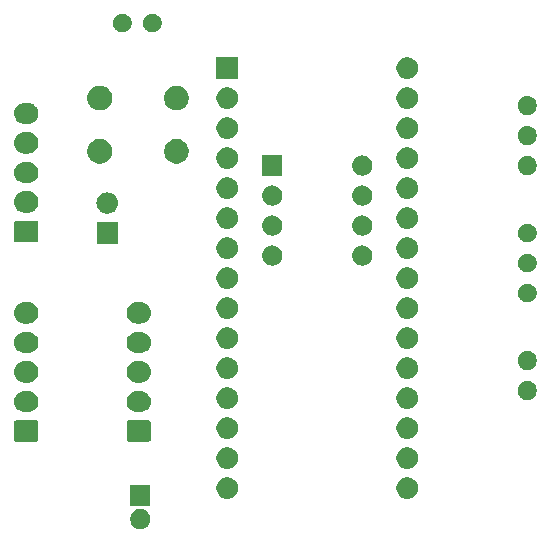
<source format=gts>
G04 #@! TF.GenerationSoftware,KiCad,Pcbnew,(5.1.2)-2*
G04 #@! TF.CreationDate,2019-12-10T15:16:51+09:00*
G04 #@! TF.ProjectId,cap-sensor,6361702d-7365-46e7-936f-722e6b696361,rev?*
G04 #@! TF.SameCoordinates,Original*
G04 #@! TF.FileFunction,Soldermask,Top*
G04 #@! TF.FilePolarity,Negative*
%FSLAX46Y46*%
G04 Gerber Fmt 4.6, Leading zero omitted, Abs format (unit mm)*
G04 Created by KiCad (PCBNEW (5.1.2)-2) date 2019-12-10 15:16:51*
%MOMM*%
%LPD*%
G04 APERTURE LIST*
%ADD10C,0.150000*%
G04 APERTURE END LIST*
D10*
G36*
X113532228Y-95161703D02*
G01*
X113687100Y-95225853D01*
X113826481Y-95318985D01*
X113945015Y-95437519D01*
X114038147Y-95576900D01*
X114102297Y-95731772D01*
X114135000Y-95896184D01*
X114135000Y-96063816D01*
X114102297Y-96228228D01*
X114038147Y-96383100D01*
X113945015Y-96522481D01*
X113826481Y-96641015D01*
X113687100Y-96734147D01*
X113532228Y-96798297D01*
X113367816Y-96831000D01*
X113200184Y-96831000D01*
X113035772Y-96798297D01*
X112880900Y-96734147D01*
X112741519Y-96641015D01*
X112622985Y-96522481D01*
X112529853Y-96383100D01*
X112465703Y-96228228D01*
X112433000Y-96063816D01*
X112433000Y-95896184D01*
X112465703Y-95731772D01*
X112529853Y-95576900D01*
X112622985Y-95437519D01*
X112741519Y-95318985D01*
X112880900Y-95225853D01*
X113035772Y-95161703D01*
X113200184Y-95129000D01*
X113367816Y-95129000D01*
X113532228Y-95161703D01*
X113532228Y-95161703D01*
G37*
G36*
X114135000Y-94831000D02*
G01*
X112433000Y-94831000D01*
X112433000Y-93129000D01*
X114135000Y-93129000D01*
X114135000Y-94831000D01*
X114135000Y-94831000D01*
G37*
G36*
X136068215Y-92449053D02*
G01*
X136156458Y-92466605D01*
X136225319Y-92495128D01*
X136322703Y-92535466D01*
X136472322Y-92635438D01*
X136599562Y-92762678D01*
X136699534Y-92912297D01*
X136768395Y-93078543D01*
X136803500Y-93255027D01*
X136803500Y-93434973D01*
X136768395Y-93611457D01*
X136699534Y-93777703D01*
X136599562Y-93927322D01*
X136472322Y-94054562D01*
X136322703Y-94154534D01*
X136225319Y-94194872D01*
X136156458Y-94223395D01*
X136068215Y-94240947D01*
X135979973Y-94258500D01*
X135800027Y-94258500D01*
X135711785Y-94240948D01*
X135623542Y-94223395D01*
X135554681Y-94194872D01*
X135457297Y-94154534D01*
X135307678Y-94054562D01*
X135180438Y-93927322D01*
X135080466Y-93777703D01*
X135011605Y-93611457D01*
X134976500Y-93434973D01*
X134976500Y-93255027D01*
X135011605Y-93078543D01*
X135080466Y-92912297D01*
X135180438Y-92762678D01*
X135307678Y-92635438D01*
X135457297Y-92535466D01*
X135554681Y-92495128D01*
X135623542Y-92466605D01*
X135711785Y-92449052D01*
X135800027Y-92431500D01*
X135979973Y-92431500D01*
X136068215Y-92449053D01*
X136068215Y-92449053D01*
G37*
G36*
X120828215Y-92449053D02*
G01*
X120916458Y-92466605D01*
X120985319Y-92495128D01*
X121082703Y-92535466D01*
X121232322Y-92635438D01*
X121359562Y-92762678D01*
X121459534Y-92912297D01*
X121528395Y-93078543D01*
X121563500Y-93255027D01*
X121563500Y-93434973D01*
X121528395Y-93611457D01*
X121459534Y-93777703D01*
X121359562Y-93927322D01*
X121232322Y-94054562D01*
X121082703Y-94154534D01*
X120985319Y-94194872D01*
X120916458Y-94223395D01*
X120828215Y-94240947D01*
X120739973Y-94258500D01*
X120560027Y-94258500D01*
X120471785Y-94240948D01*
X120383542Y-94223395D01*
X120314681Y-94194872D01*
X120217297Y-94154534D01*
X120067678Y-94054562D01*
X119940438Y-93927322D01*
X119840466Y-93777703D01*
X119771605Y-93611457D01*
X119736500Y-93434973D01*
X119736500Y-93255027D01*
X119771605Y-93078543D01*
X119840466Y-92912297D01*
X119940438Y-92762678D01*
X120067678Y-92635438D01*
X120217297Y-92535466D01*
X120314681Y-92495128D01*
X120383542Y-92466605D01*
X120471785Y-92449052D01*
X120560027Y-92431500D01*
X120739973Y-92431500D01*
X120828215Y-92449053D01*
X120828215Y-92449053D01*
G37*
G36*
X120828215Y-89909052D02*
G01*
X120916458Y-89926605D01*
X120985319Y-89955128D01*
X121082703Y-89995466D01*
X121232322Y-90095438D01*
X121359562Y-90222678D01*
X121459534Y-90372297D01*
X121528395Y-90538543D01*
X121563500Y-90715027D01*
X121563500Y-90894973D01*
X121528395Y-91071457D01*
X121459534Y-91237703D01*
X121359562Y-91387322D01*
X121232322Y-91514562D01*
X121082703Y-91614534D01*
X120985319Y-91654872D01*
X120916458Y-91683395D01*
X120828215Y-91700948D01*
X120739973Y-91718500D01*
X120560027Y-91718500D01*
X120471785Y-91700947D01*
X120383542Y-91683395D01*
X120314681Y-91654872D01*
X120217297Y-91614534D01*
X120067678Y-91514562D01*
X119940438Y-91387322D01*
X119840466Y-91237703D01*
X119771605Y-91071457D01*
X119736500Y-90894973D01*
X119736500Y-90715027D01*
X119771605Y-90538543D01*
X119840466Y-90372297D01*
X119940438Y-90222678D01*
X120067678Y-90095438D01*
X120217297Y-89995466D01*
X120314681Y-89955128D01*
X120383542Y-89926605D01*
X120471785Y-89909052D01*
X120560027Y-89891500D01*
X120739973Y-89891500D01*
X120828215Y-89909052D01*
X120828215Y-89909052D01*
G37*
G36*
X136068215Y-89909052D02*
G01*
X136156458Y-89926605D01*
X136225319Y-89955128D01*
X136322703Y-89995466D01*
X136472322Y-90095438D01*
X136599562Y-90222678D01*
X136699534Y-90372297D01*
X136768395Y-90538543D01*
X136803500Y-90715027D01*
X136803500Y-90894973D01*
X136768395Y-91071457D01*
X136699534Y-91237703D01*
X136599562Y-91387322D01*
X136472322Y-91514562D01*
X136322703Y-91614534D01*
X136225319Y-91654872D01*
X136156458Y-91683395D01*
X136068215Y-91700948D01*
X135979973Y-91718500D01*
X135800027Y-91718500D01*
X135711785Y-91700947D01*
X135623542Y-91683395D01*
X135554681Y-91654872D01*
X135457297Y-91614534D01*
X135307678Y-91514562D01*
X135180438Y-91387322D01*
X135080466Y-91237703D01*
X135011605Y-91071457D01*
X134976500Y-90894973D01*
X134976500Y-90715027D01*
X135011605Y-90538543D01*
X135080466Y-90372297D01*
X135180438Y-90222678D01*
X135307678Y-90095438D01*
X135457297Y-89995466D01*
X135554681Y-89955128D01*
X135623542Y-89926605D01*
X135711785Y-89909052D01*
X135800027Y-89891500D01*
X135979973Y-89891500D01*
X136068215Y-89909052D01*
X136068215Y-89909052D01*
G37*
G36*
X114040600Y-87621989D02*
G01*
X114073652Y-87632015D01*
X114104103Y-87648292D01*
X114130799Y-87670201D01*
X114152708Y-87696897D01*
X114168985Y-87727348D01*
X114179011Y-87760400D01*
X114183000Y-87800903D01*
X114183000Y-89237097D01*
X114179011Y-89277600D01*
X114168985Y-89310652D01*
X114152708Y-89341103D01*
X114130799Y-89367799D01*
X114104103Y-89389708D01*
X114073652Y-89405985D01*
X114040600Y-89416011D01*
X114000097Y-89420000D01*
X112313903Y-89420000D01*
X112273400Y-89416011D01*
X112240348Y-89405985D01*
X112209897Y-89389708D01*
X112183201Y-89367799D01*
X112161292Y-89341103D01*
X112145015Y-89310652D01*
X112134989Y-89277600D01*
X112131000Y-89237097D01*
X112131000Y-87800903D01*
X112134989Y-87760400D01*
X112145015Y-87727348D01*
X112161292Y-87696897D01*
X112183201Y-87670201D01*
X112209897Y-87648292D01*
X112240348Y-87632015D01*
X112273400Y-87621989D01*
X112313903Y-87618000D01*
X114000097Y-87618000D01*
X114040600Y-87621989D01*
X114040600Y-87621989D01*
G37*
G36*
X104515600Y-87621989D02*
G01*
X104548652Y-87632015D01*
X104579103Y-87648292D01*
X104605799Y-87670201D01*
X104627708Y-87696897D01*
X104643985Y-87727348D01*
X104654011Y-87760400D01*
X104658000Y-87800903D01*
X104658000Y-89237097D01*
X104654011Y-89277600D01*
X104643985Y-89310652D01*
X104627708Y-89341103D01*
X104605799Y-89367799D01*
X104579103Y-89389708D01*
X104548652Y-89405985D01*
X104515600Y-89416011D01*
X104475097Y-89420000D01*
X102788903Y-89420000D01*
X102748400Y-89416011D01*
X102715348Y-89405985D01*
X102684897Y-89389708D01*
X102658201Y-89367799D01*
X102636292Y-89341103D01*
X102620015Y-89310652D01*
X102609989Y-89277600D01*
X102606000Y-89237097D01*
X102606000Y-87800903D01*
X102609989Y-87760400D01*
X102620015Y-87727348D01*
X102636292Y-87696897D01*
X102658201Y-87670201D01*
X102684897Y-87648292D01*
X102715348Y-87632015D01*
X102748400Y-87621989D01*
X102788903Y-87618000D01*
X104475097Y-87618000D01*
X104515600Y-87621989D01*
X104515600Y-87621989D01*
G37*
G36*
X120828215Y-87369052D02*
G01*
X120916458Y-87386605D01*
X120985319Y-87415128D01*
X121082703Y-87455466D01*
X121232322Y-87555438D01*
X121359562Y-87682678D01*
X121459534Y-87832297D01*
X121528395Y-87998543D01*
X121563500Y-88175027D01*
X121563500Y-88354973D01*
X121528395Y-88531457D01*
X121459534Y-88697703D01*
X121359562Y-88847322D01*
X121232322Y-88974562D01*
X121082703Y-89074534D01*
X120985319Y-89114872D01*
X120916458Y-89143395D01*
X120858115Y-89155000D01*
X120739973Y-89178500D01*
X120560027Y-89178500D01*
X120441885Y-89155000D01*
X120383542Y-89143395D01*
X120314681Y-89114872D01*
X120217297Y-89074534D01*
X120067678Y-88974562D01*
X119940438Y-88847322D01*
X119840466Y-88697703D01*
X119771605Y-88531457D01*
X119736500Y-88354973D01*
X119736500Y-88175027D01*
X119771605Y-87998543D01*
X119840466Y-87832297D01*
X119940438Y-87682678D01*
X120067678Y-87555438D01*
X120217297Y-87455466D01*
X120314681Y-87415128D01*
X120383542Y-87386605D01*
X120471785Y-87369052D01*
X120560027Y-87351500D01*
X120739973Y-87351500D01*
X120828215Y-87369052D01*
X120828215Y-87369052D01*
G37*
G36*
X136068215Y-87369052D02*
G01*
X136156458Y-87386605D01*
X136225319Y-87415128D01*
X136322703Y-87455466D01*
X136472322Y-87555438D01*
X136599562Y-87682678D01*
X136699534Y-87832297D01*
X136768395Y-87998543D01*
X136803500Y-88175027D01*
X136803500Y-88354973D01*
X136768395Y-88531457D01*
X136699534Y-88697703D01*
X136599562Y-88847322D01*
X136472322Y-88974562D01*
X136322703Y-89074534D01*
X136225319Y-89114872D01*
X136156458Y-89143395D01*
X136098115Y-89155000D01*
X135979973Y-89178500D01*
X135800027Y-89178500D01*
X135681885Y-89155000D01*
X135623542Y-89143395D01*
X135554681Y-89114872D01*
X135457297Y-89074534D01*
X135307678Y-88974562D01*
X135180438Y-88847322D01*
X135080466Y-88697703D01*
X135011605Y-88531457D01*
X134976500Y-88354973D01*
X134976500Y-88175027D01*
X135011605Y-87998543D01*
X135080466Y-87832297D01*
X135180438Y-87682678D01*
X135307678Y-87555438D01*
X135457297Y-87455466D01*
X135554681Y-87415128D01*
X135623542Y-87386605D01*
X135711785Y-87369052D01*
X135800027Y-87351500D01*
X135979973Y-87351500D01*
X136068215Y-87369052D01*
X136068215Y-87369052D01*
G37*
G36*
X113392443Y-85124519D02*
G01*
X113458627Y-85131037D01*
X113628466Y-85182557D01*
X113784991Y-85266222D01*
X113816762Y-85292296D01*
X113922186Y-85378814D01*
X113987616Y-85458542D01*
X114034778Y-85516009D01*
X114034779Y-85516011D01*
X114098396Y-85635028D01*
X114118443Y-85672534D01*
X114169963Y-85842373D01*
X114187359Y-86019000D01*
X114169963Y-86195627D01*
X114118443Y-86365466D01*
X114034778Y-86521991D01*
X114024485Y-86534533D01*
X113922186Y-86659186D01*
X113820729Y-86742448D01*
X113784991Y-86771778D01*
X113628466Y-86855443D01*
X113458627Y-86906963D01*
X113392443Y-86913481D01*
X113326260Y-86920000D01*
X112987740Y-86920000D01*
X112921557Y-86913481D01*
X112855373Y-86906963D01*
X112685534Y-86855443D01*
X112529009Y-86771778D01*
X112493271Y-86742448D01*
X112391814Y-86659186D01*
X112289515Y-86534533D01*
X112279222Y-86521991D01*
X112195557Y-86365466D01*
X112144037Y-86195627D01*
X112126641Y-86019000D01*
X112144037Y-85842373D01*
X112195557Y-85672534D01*
X112215605Y-85635028D01*
X112279221Y-85516011D01*
X112279222Y-85516009D01*
X112326384Y-85458542D01*
X112391814Y-85378814D01*
X112497238Y-85292296D01*
X112529009Y-85266222D01*
X112685534Y-85182557D01*
X112855373Y-85131037D01*
X112921557Y-85124519D01*
X112987740Y-85118000D01*
X113326260Y-85118000D01*
X113392443Y-85124519D01*
X113392443Y-85124519D01*
G37*
G36*
X103867443Y-85124519D02*
G01*
X103933627Y-85131037D01*
X104103466Y-85182557D01*
X104259991Y-85266222D01*
X104291762Y-85292296D01*
X104397186Y-85378814D01*
X104462616Y-85458542D01*
X104509778Y-85516009D01*
X104509779Y-85516011D01*
X104573396Y-85635028D01*
X104593443Y-85672534D01*
X104644963Y-85842373D01*
X104662359Y-86019000D01*
X104644963Y-86195627D01*
X104593443Y-86365466D01*
X104509778Y-86521991D01*
X104499485Y-86534533D01*
X104397186Y-86659186D01*
X104295729Y-86742448D01*
X104259991Y-86771778D01*
X104103466Y-86855443D01*
X103933627Y-86906963D01*
X103867443Y-86913481D01*
X103801260Y-86920000D01*
X103462740Y-86920000D01*
X103396557Y-86913481D01*
X103330373Y-86906963D01*
X103160534Y-86855443D01*
X103004009Y-86771778D01*
X102968271Y-86742448D01*
X102866814Y-86659186D01*
X102764515Y-86534533D01*
X102754222Y-86521991D01*
X102670557Y-86365466D01*
X102619037Y-86195627D01*
X102601641Y-86019000D01*
X102619037Y-85842373D01*
X102670557Y-85672534D01*
X102690605Y-85635028D01*
X102754221Y-85516011D01*
X102754222Y-85516009D01*
X102801384Y-85458542D01*
X102866814Y-85378814D01*
X102972238Y-85292296D01*
X103004009Y-85266222D01*
X103160534Y-85182557D01*
X103330373Y-85131037D01*
X103396557Y-85124519D01*
X103462740Y-85118000D01*
X103801260Y-85118000D01*
X103867443Y-85124519D01*
X103867443Y-85124519D01*
G37*
G36*
X136068215Y-84829052D02*
G01*
X136156458Y-84846605D01*
X136225319Y-84875128D01*
X136322703Y-84915466D01*
X136472322Y-85015438D01*
X136599562Y-85142678D01*
X136699534Y-85292297D01*
X136735370Y-85378814D01*
X136768395Y-85458542D01*
X136770558Y-85469416D01*
X136796654Y-85600608D01*
X136803500Y-85635028D01*
X136803500Y-85814972D01*
X136768395Y-85991458D01*
X136739872Y-86060319D01*
X136699534Y-86157703D01*
X136599562Y-86307322D01*
X136472322Y-86434562D01*
X136322703Y-86534534D01*
X136225319Y-86574872D01*
X136156458Y-86603395D01*
X136068215Y-86620947D01*
X135979973Y-86638500D01*
X135800027Y-86638500D01*
X135711785Y-86620948D01*
X135623542Y-86603395D01*
X135554681Y-86574872D01*
X135457297Y-86534534D01*
X135307678Y-86434562D01*
X135180438Y-86307322D01*
X135080466Y-86157703D01*
X135040128Y-86060319D01*
X135011605Y-85991458D01*
X134976500Y-85814972D01*
X134976500Y-85635028D01*
X134983347Y-85600608D01*
X135009442Y-85469416D01*
X135011605Y-85458542D01*
X135044630Y-85378814D01*
X135080466Y-85292297D01*
X135180438Y-85142678D01*
X135307678Y-85015438D01*
X135457297Y-84915466D01*
X135554681Y-84875128D01*
X135623542Y-84846605D01*
X135711785Y-84829052D01*
X135800027Y-84811500D01*
X135979973Y-84811500D01*
X136068215Y-84829052D01*
X136068215Y-84829052D01*
G37*
G36*
X120828215Y-84829052D02*
G01*
X120916458Y-84846605D01*
X120985319Y-84875128D01*
X121082703Y-84915466D01*
X121232322Y-85015438D01*
X121359562Y-85142678D01*
X121459534Y-85292297D01*
X121495370Y-85378814D01*
X121528395Y-85458542D01*
X121530558Y-85469416D01*
X121556654Y-85600608D01*
X121563500Y-85635028D01*
X121563500Y-85814972D01*
X121528395Y-85991458D01*
X121499872Y-86060319D01*
X121459534Y-86157703D01*
X121359562Y-86307322D01*
X121232322Y-86434562D01*
X121082703Y-86534534D01*
X120985319Y-86574872D01*
X120916458Y-86603395D01*
X120828215Y-86620947D01*
X120739973Y-86638500D01*
X120560027Y-86638500D01*
X120471785Y-86620948D01*
X120383542Y-86603395D01*
X120314681Y-86574872D01*
X120217297Y-86534534D01*
X120067678Y-86434562D01*
X119940438Y-86307322D01*
X119840466Y-86157703D01*
X119800128Y-86060319D01*
X119771605Y-85991458D01*
X119736500Y-85814972D01*
X119736500Y-85635028D01*
X119743347Y-85600608D01*
X119769442Y-85469416D01*
X119771605Y-85458542D01*
X119804630Y-85378814D01*
X119840466Y-85292297D01*
X119940438Y-85142678D01*
X120067678Y-85015438D01*
X120217297Y-84915466D01*
X120314681Y-84875128D01*
X120383542Y-84846605D01*
X120471785Y-84829052D01*
X120560027Y-84811500D01*
X120739973Y-84811500D01*
X120828215Y-84829052D01*
X120828215Y-84829052D01*
G37*
G36*
X146283642Y-84319781D02*
G01*
X146429414Y-84380162D01*
X146429416Y-84380163D01*
X146560608Y-84467822D01*
X146672178Y-84579392D01*
X146759837Y-84710584D01*
X146759838Y-84710586D01*
X146820219Y-84856358D01*
X146851000Y-85011107D01*
X146851000Y-85168893D01*
X146820219Y-85323642D01*
X146797365Y-85378815D01*
X146759837Y-85469416D01*
X146672178Y-85600608D01*
X146560608Y-85712178D01*
X146429416Y-85799837D01*
X146429415Y-85799838D01*
X146429414Y-85799838D01*
X146283642Y-85860219D01*
X146128893Y-85891000D01*
X145971107Y-85891000D01*
X145816358Y-85860219D01*
X145670586Y-85799838D01*
X145670585Y-85799838D01*
X145670584Y-85799837D01*
X145539392Y-85712178D01*
X145427822Y-85600608D01*
X145340163Y-85469416D01*
X145302635Y-85378815D01*
X145279781Y-85323642D01*
X145249000Y-85168893D01*
X145249000Y-85011107D01*
X145279781Y-84856358D01*
X145340162Y-84710586D01*
X145340163Y-84710584D01*
X145427822Y-84579392D01*
X145539392Y-84467822D01*
X145670584Y-84380163D01*
X145670586Y-84380162D01*
X145816358Y-84319781D01*
X145971107Y-84289000D01*
X146128893Y-84289000D01*
X146283642Y-84319781D01*
X146283642Y-84319781D01*
G37*
G36*
X113392442Y-82624518D02*
G01*
X113458627Y-82631037D01*
X113628466Y-82682557D01*
X113784991Y-82766222D01*
X113806217Y-82783642D01*
X113922186Y-82878814D01*
X114005448Y-82980271D01*
X114034778Y-83016009D01*
X114118443Y-83172534D01*
X114169963Y-83342373D01*
X114187359Y-83519000D01*
X114169963Y-83695627D01*
X114118443Y-83865466D01*
X114034778Y-84021991D01*
X114005448Y-84057729D01*
X113922186Y-84159186D01*
X113820729Y-84242448D01*
X113784991Y-84271778D01*
X113628466Y-84355443D01*
X113458627Y-84406963D01*
X113392443Y-84413481D01*
X113326260Y-84420000D01*
X112987740Y-84420000D01*
X112921557Y-84413481D01*
X112855373Y-84406963D01*
X112685534Y-84355443D01*
X112529009Y-84271778D01*
X112493271Y-84242448D01*
X112391814Y-84159186D01*
X112308552Y-84057729D01*
X112279222Y-84021991D01*
X112195557Y-83865466D01*
X112144037Y-83695627D01*
X112126641Y-83519000D01*
X112144037Y-83342373D01*
X112195557Y-83172534D01*
X112279222Y-83016009D01*
X112308552Y-82980271D01*
X112391814Y-82878814D01*
X112507783Y-82783642D01*
X112529009Y-82766222D01*
X112685534Y-82682557D01*
X112855373Y-82631037D01*
X112921558Y-82624518D01*
X112987740Y-82618000D01*
X113326260Y-82618000D01*
X113392442Y-82624518D01*
X113392442Y-82624518D01*
G37*
G36*
X103867442Y-82624518D02*
G01*
X103933627Y-82631037D01*
X104103466Y-82682557D01*
X104259991Y-82766222D01*
X104281217Y-82783642D01*
X104397186Y-82878814D01*
X104480448Y-82980271D01*
X104509778Y-83016009D01*
X104593443Y-83172534D01*
X104644963Y-83342373D01*
X104662359Y-83519000D01*
X104644963Y-83695627D01*
X104593443Y-83865466D01*
X104509778Y-84021991D01*
X104480448Y-84057729D01*
X104397186Y-84159186D01*
X104295729Y-84242448D01*
X104259991Y-84271778D01*
X104103466Y-84355443D01*
X103933627Y-84406963D01*
X103867443Y-84413481D01*
X103801260Y-84420000D01*
X103462740Y-84420000D01*
X103396557Y-84413481D01*
X103330373Y-84406963D01*
X103160534Y-84355443D01*
X103004009Y-84271778D01*
X102968271Y-84242448D01*
X102866814Y-84159186D01*
X102783552Y-84057729D01*
X102754222Y-84021991D01*
X102670557Y-83865466D01*
X102619037Y-83695627D01*
X102601641Y-83519000D01*
X102619037Y-83342373D01*
X102670557Y-83172534D01*
X102754222Y-83016009D01*
X102783552Y-82980271D01*
X102866814Y-82878814D01*
X102982783Y-82783642D01*
X103004009Y-82766222D01*
X103160534Y-82682557D01*
X103330373Y-82631037D01*
X103396558Y-82624518D01*
X103462740Y-82618000D01*
X103801260Y-82618000D01*
X103867442Y-82624518D01*
X103867442Y-82624518D01*
G37*
G36*
X136068215Y-82289053D02*
G01*
X136156458Y-82306605D01*
X136225319Y-82335128D01*
X136322703Y-82375466D01*
X136472322Y-82475438D01*
X136599562Y-82602678D01*
X136699534Y-82752297D01*
X136739872Y-82849681D01*
X136768395Y-82918542D01*
X136770558Y-82929416D01*
X136803500Y-83095027D01*
X136803500Y-83274973D01*
X136768395Y-83451457D01*
X136699534Y-83617703D01*
X136599562Y-83767322D01*
X136472322Y-83894562D01*
X136322703Y-83994534D01*
X136225319Y-84034872D01*
X136156458Y-84063395D01*
X136068215Y-84080947D01*
X135979973Y-84098500D01*
X135800027Y-84098500D01*
X135711785Y-84080947D01*
X135623542Y-84063395D01*
X135554681Y-84034872D01*
X135457297Y-83994534D01*
X135307678Y-83894562D01*
X135180438Y-83767322D01*
X135080466Y-83617703D01*
X135011605Y-83451457D01*
X134976500Y-83274973D01*
X134976500Y-83095027D01*
X135009442Y-82929416D01*
X135011605Y-82918542D01*
X135040128Y-82849681D01*
X135080466Y-82752297D01*
X135180438Y-82602678D01*
X135307678Y-82475438D01*
X135457297Y-82375466D01*
X135554681Y-82335128D01*
X135623542Y-82306605D01*
X135711785Y-82289053D01*
X135800027Y-82271500D01*
X135979973Y-82271500D01*
X136068215Y-82289053D01*
X136068215Y-82289053D01*
G37*
G36*
X120828215Y-82289053D02*
G01*
X120916458Y-82306605D01*
X120985319Y-82335128D01*
X121082703Y-82375466D01*
X121232322Y-82475438D01*
X121359562Y-82602678D01*
X121459534Y-82752297D01*
X121499872Y-82849681D01*
X121528395Y-82918542D01*
X121530558Y-82929416D01*
X121563500Y-83095027D01*
X121563500Y-83274973D01*
X121528395Y-83451457D01*
X121459534Y-83617703D01*
X121359562Y-83767322D01*
X121232322Y-83894562D01*
X121082703Y-83994534D01*
X120985319Y-84034872D01*
X120916458Y-84063395D01*
X120828215Y-84080947D01*
X120739973Y-84098500D01*
X120560027Y-84098500D01*
X120471785Y-84080947D01*
X120383542Y-84063395D01*
X120314681Y-84034872D01*
X120217297Y-83994534D01*
X120067678Y-83894562D01*
X119940438Y-83767322D01*
X119840466Y-83617703D01*
X119771605Y-83451457D01*
X119736500Y-83274973D01*
X119736500Y-83095027D01*
X119769442Y-82929416D01*
X119771605Y-82918542D01*
X119800128Y-82849681D01*
X119840466Y-82752297D01*
X119940438Y-82602678D01*
X120067678Y-82475438D01*
X120217297Y-82375466D01*
X120314681Y-82335128D01*
X120383542Y-82306605D01*
X120471785Y-82289053D01*
X120560027Y-82271500D01*
X120739973Y-82271500D01*
X120828215Y-82289053D01*
X120828215Y-82289053D01*
G37*
G36*
X146283642Y-81779781D02*
G01*
X146429414Y-81840162D01*
X146429416Y-81840163D01*
X146560608Y-81927822D01*
X146672178Y-82039392D01*
X146759837Y-82170584D01*
X146759838Y-82170586D01*
X146820219Y-82316358D01*
X146851000Y-82471107D01*
X146851000Y-82628893D01*
X146820219Y-82783642D01*
X146780797Y-82878814D01*
X146759837Y-82929416D01*
X146672178Y-83060608D01*
X146560608Y-83172178D01*
X146429416Y-83259837D01*
X146429415Y-83259838D01*
X146429414Y-83259838D01*
X146283642Y-83320219D01*
X146128893Y-83351000D01*
X145971107Y-83351000D01*
X145816358Y-83320219D01*
X145670586Y-83259838D01*
X145670585Y-83259838D01*
X145670584Y-83259837D01*
X145539392Y-83172178D01*
X145427822Y-83060608D01*
X145340163Y-82929416D01*
X145319203Y-82878814D01*
X145279781Y-82783642D01*
X145249000Y-82628893D01*
X145249000Y-82471107D01*
X145279781Y-82316358D01*
X145340162Y-82170586D01*
X145340163Y-82170584D01*
X145427822Y-82039392D01*
X145539392Y-81927822D01*
X145670584Y-81840163D01*
X145670586Y-81840162D01*
X145816358Y-81779781D01*
X145971107Y-81749000D01*
X146128893Y-81749000D01*
X146283642Y-81779781D01*
X146283642Y-81779781D01*
G37*
G36*
X113392442Y-80124518D02*
G01*
X113458627Y-80131037D01*
X113628466Y-80182557D01*
X113784991Y-80266222D01*
X113820729Y-80295552D01*
X113922186Y-80378814D01*
X114005448Y-80480271D01*
X114034778Y-80516009D01*
X114118443Y-80672534D01*
X114169963Y-80842373D01*
X114187359Y-81019000D01*
X114169963Y-81195627D01*
X114118443Y-81365466D01*
X114034778Y-81521991D01*
X114005448Y-81557729D01*
X113922186Y-81659186D01*
X113820729Y-81742448D01*
X113784991Y-81771778D01*
X113628466Y-81855443D01*
X113458627Y-81906963D01*
X113392443Y-81913481D01*
X113326260Y-81920000D01*
X112987740Y-81920000D01*
X112921557Y-81913481D01*
X112855373Y-81906963D01*
X112685534Y-81855443D01*
X112529009Y-81771778D01*
X112493271Y-81742448D01*
X112391814Y-81659186D01*
X112308552Y-81557729D01*
X112279222Y-81521991D01*
X112195557Y-81365466D01*
X112144037Y-81195627D01*
X112126641Y-81019000D01*
X112144037Y-80842373D01*
X112195557Y-80672534D01*
X112279222Y-80516009D01*
X112308552Y-80480271D01*
X112391814Y-80378814D01*
X112493271Y-80295552D01*
X112529009Y-80266222D01*
X112685534Y-80182557D01*
X112855373Y-80131037D01*
X112921558Y-80124518D01*
X112987740Y-80118000D01*
X113326260Y-80118000D01*
X113392442Y-80124518D01*
X113392442Y-80124518D01*
G37*
G36*
X103867442Y-80124518D02*
G01*
X103933627Y-80131037D01*
X104103466Y-80182557D01*
X104259991Y-80266222D01*
X104295729Y-80295552D01*
X104397186Y-80378814D01*
X104480448Y-80480271D01*
X104509778Y-80516009D01*
X104593443Y-80672534D01*
X104644963Y-80842373D01*
X104662359Y-81019000D01*
X104644963Y-81195627D01*
X104593443Y-81365466D01*
X104509778Y-81521991D01*
X104480448Y-81557729D01*
X104397186Y-81659186D01*
X104295729Y-81742448D01*
X104259991Y-81771778D01*
X104103466Y-81855443D01*
X103933627Y-81906963D01*
X103867443Y-81913481D01*
X103801260Y-81920000D01*
X103462740Y-81920000D01*
X103396557Y-81913481D01*
X103330373Y-81906963D01*
X103160534Y-81855443D01*
X103004009Y-81771778D01*
X102968271Y-81742448D01*
X102866814Y-81659186D01*
X102783552Y-81557729D01*
X102754222Y-81521991D01*
X102670557Y-81365466D01*
X102619037Y-81195627D01*
X102601641Y-81019000D01*
X102619037Y-80842373D01*
X102670557Y-80672534D01*
X102754222Y-80516009D01*
X102783552Y-80480271D01*
X102866814Y-80378814D01*
X102968271Y-80295552D01*
X103004009Y-80266222D01*
X103160534Y-80182557D01*
X103330373Y-80131037D01*
X103396558Y-80124518D01*
X103462740Y-80118000D01*
X103801260Y-80118000D01*
X103867442Y-80124518D01*
X103867442Y-80124518D01*
G37*
G36*
X136068215Y-79749052D02*
G01*
X136156458Y-79766605D01*
X136225319Y-79795128D01*
X136322703Y-79835466D01*
X136472322Y-79935438D01*
X136599562Y-80062678D01*
X136699534Y-80212297D01*
X136768395Y-80378543D01*
X136803500Y-80555027D01*
X136803500Y-80734973D01*
X136768395Y-80911457D01*
X136699534Y-81077703D01*
X136599562Y-81227322D01*
X136472322Y-81354562D01*
X136322703Y-81454534D01*
X136225319Y-81494872D01*
X136156458Y-81523395D01*
X136068215Y-81540947D01*
X135979973Y-81558500D01*
X135800027Y-81558500D01*
X135711785Y-81540948D01*
X135623542Y-81523395D01*
X135554681Y-81494872D01*
X135457297Y-81454534D01*
X135307678Y-81354562D01*
X135180438Y-81227322D01*
X135080466Y-81077703D01*
X135011605Y-80911457D01*
X134976500Y-80734973D01*
X134976500Y-80555027D01*
X135011605Y-80378543D01*
X135080466Y-80212297D01*
X135180438Y-80062678D01*
X135307678Y-79935438D01*
X135457297Y-79835466D01*
X135554681Y-79795128D01*
X135623542Y-79766605D01*
X135711785Y-79749052D01*
X135800027Y-79731500D01*
X135979973Y-79731500D01*
X136068215Y-79749052D01*
X136068215Y-79749052D01*
G37*
G36*
X120828215Y-79749052D02*
G01*
X120916458Y-79766605D01*
X120985319Y-79795128D01*
X121082703Y-79835466D01*
X121232322Y-79935438D01*
X121359562Y-80062678D01*
X121459534Y-80212297D01*
X121528395Y-80378543D01*
X121563500Y-80555027D01*
X121563500Y-80734973D01*
X121528395Y-80911457D01*
X121459534Y-81077703D01*
X121359562Y-81227322D01*
X121232322Y-81354562D01*
X121082703Y-81454534D01*
X120985319Y-81494872D01*
X120916458Y-81523395D01*
X120828215Y-81540948D01*
X120739973Y-81558500D01*
X120560027Y-81558500D01*
X120471785Y-81540948D01*
X120383542Y-81523395D01*
X120314681Y-81494872D01*
X120217297Y-81454534D01*
X120067678Y-81354562D01*
X119940438Y-81227322D01*
X119840466Y-81077703D01*
X119771605Y-80911457D01*
X119736500Y-80734973D01*
X119736500Y-80555027D01*
X119771605Y-80378543D01*
X119840466Y-80212297D01*
X119940438Y-80062678D01*
X120067678Y-79935438D01*
X120217297Y-79835466D01*
X120314681Y-79795128D01*
X120383542Y-79766605D01*
X120471785Y-79749052D01*
X120560027Y-79731500D01*
X120739973Y-79731500D01*
X120828215Y-79749052D01*
X120828215Y-79749052D01*
G37*
G36*
X113392442Y-77624518D02*
G01*
X113458627Y-77631037D01*
X113628466Y-77682557D01*
X113784991Y-77766222D01*
X113820729Y-77795552D01*
X113922186Y-77878814D01*
X114005448Y-77980271D01*
X114034778Y-78016009D01*
X114118443Y-78172534D01*
X114169963Y-78342373D01*
X114187359Y-78519000D01*
X114169963Y-78695627D01*
X114118443Y-78865466D01*
X114034778Y-79021991D01*
X114005448Y-79057729D01*
X113922186Y-79159186D01*
X113820729Y-79242448D01*
X113784991Y-79271778D01*
X113628466Y-79355443D01*
X113458627Y-79406963D01*
X113392443Y-79413481D01*
X113326260Y-79420000D01*
X112987740Y-79420000D01*
X112921557Y-79413481D01*
X112855373Y-79406963D01*
X112685534Y-79355443D01*
X112529009Y-79271778D01*
X112493271Y-79242448D01*
X112391814Y-79159186D01*
X112308552Y-79057729D01*
X112279222Y-79021991D01*
X112195557Y-78865466D01*
X112144037Y-78695627D01*
X112126641Y-78519000D01*
X112144037Y-78342373D01*
X112195557Y-78172534D01*
X112279222Y-78016009D01*
X112308552Y-77980271D01*
X112391814Y-77878814D01*
X112493271Y-77795552D01*
X112529009Y-77766222D01*
X112685534Y-77682557D01*
X112855373Y-77631037D01*
X112921558Y-77624518D01*
X112987740Y-77618000D01*
X113326260Y-77618000D01*
X113392442Y-77624518D01*
X113392442Y-77624518D01*
G37*
G36*
X103867442Y-77624518D02*
G01*
X103933627Y-77631037D01*
X104103466Y-77682557D01*
X104259991Y-77766222D01*
X104295729Y-77795552D01*
X104397186Y-77878814D01*
X104480448Y-77980271D01*
X104509778Y-78016009D01*
X104593443Y-78172534D01*
X104644963Y-78342373D01*
X104662359Y-78519000D01*
X104644963Y-78695627D01*
X104593443Y-78865466D01*
X104509778Y-79021991D01*
X104480448Y-79057729D01*
X104397186Y-79159186D01*
X104295729Y-79242448D01*
X104259991Y-79271778D01*
X104103466Y-79355443D01*
X103933627Y-79406963D01*
X103867443Y-79413481D01*
X103801260Y-79420000D01*
X103462740Y-79420000D01*
X103396557Y-79413481D01*
X103330373Y-79406963D01*
X103160534Y-79355443D01*
X103004009Y-79271778D01*
X102968271Y-79242448D01*
X102866814Y-79159186D01*
X102783552Y-79057729D01*
X102754222Y-79021991D01*
X102670557Y-78865466D01*
X102619037Y-78695627D01*
X102601641Y-78519000D01*
X102619037Y-78342373D01*
X102670557Y-78172534D01*
X102754222Y-78016009D01*
X102783552Y-77980271D01*
X102866814Y-77878814D01*
X102968271Y-77795552D01*
X103004009Y-77766222D01*
X103160534Y-77682557D01*
X103330373Y-77631037D01*
X103396558Y-77624518D01*
X103462740Y-77618000D01*
X103801260Y-77618000D01*
X103867442Y-77624518D01*
X103867442Y-77624518D01*
G37*
G36*
X136068215Y-77209052D02*
G01*
X136156458Y-77226605D01*
X136225319Y-77255128D01*
X136322703Y-77295466D01*
X136472322Y-77395438D01*
X136599562Y-77522678D01*
X136699534Y-77672297D01*
X136703784Y-77682558D01*
X136768395Y-77838542D01*
X136776406Y-77878815D01*
X136803500Y-78015027D01*
X136803500Y-78194973D01*
X136768395Y-78371457D01*
X136699534Y-78537703D01*
X136599562Y-78687322D01*
X136472322Y-78814562D01*
X136322703Y-78914534D01*
X136225319Y-78954872D01*
X136156458Y-78983395D01*
X136068215Y-79000947D01*
X135979973Y-79018500D01*
X135800027Y-79018500D01*
X135711785Y-79000947D01*
X135623542Y-78983395D01*
X135554681Y-78954872D01*
X135457297Y-78914534D01*
X135307678Y-78814562D01*
X135180438Y-78687322D01*
X135080466Y-78537703D01*
X135011605Y-78371457D01*
X134976500Y-78194973D01*
X134976500Y-78015027D01*
X135003594Y-77878815D01*
X135011605Y-77838542D01*
X135076216Y-77682558D01*
X135080466Y-77672297D01*
X135180438Y-77522678D01*
X135307678Y-77395438D01*
X135457297Y-77295466D01*
X135554681Y-77255128D01*
X135623542Y-77226605D01*
X135711785Y-77209052D01*
X135800027Y-77191500D01*
X135979973Y-77191500D01*
X136068215Y-77209052D01*
X136068215Y-77209052D01*
G37*
G36*
X120828215Y-77209052D02*
G01*
X120916458Y-77226605D01*
X120985319Y-77255128D01*
X121082703Y-77295466D01*
X121232322Y-77395438D01*
X121359562Y-77522678D01*
X121459534Y-77672297D01*
X121463784Y-77682558D01*
X121528395Y-77838542D01*
X121536406Y-77878815D01*
X121563500Y-78015027D01*
X121563500Y-78194973D01*
X121528395Y-78371457D01*
X121459534Y-78537703D01*
X121359562Y-78687322D01*
X121232322Y-78814562D01*
X121082703Y-78914534D01*
X120985319Y-78954872D01*
X120916458Y-78983395D01*
X120828215Y-79000947D01*
X120739973Y-79018500D01*
X120560027Y-79018500D01*
X120471785Y-79000947D01*
X120383542Y-78983395D01*
X120314681Y-78954872D01*
X120217297Y-78914534D01*
X120067678Y-78814562D01*
X119940438Y-78687322D01*
X119840466Y-78537703D01*
X119771605Y-78371457D01*
X119736500Y-78194973D01*
X119736500Y-78015027D01*
X119763594Y-77878815D01*
X119771605Y-77838542D01*
X119836216Y-77682558D01*
X119840466Y-77672297D01*
X119940438Y-77522678D01*
X120067678Y-77395438D01*
X120217297Y-77295466D01*
X120314681Y-77255128D01*
X120383542Y-77226605D01*
X120471785Y-77209052D01*
X120560027Y-77191500D01*
X120739973Y-77191500D01*
X120828215Y-77209052D01*
X120828215Y-77209052D01*
G37*
G36*
X146283642Y-76064781D02*
G01*
X146429414Y-76125162D01*
X146429416Y-76125163D01*
X146560608Y-76212822D01*
X146672178Y-76324392D01*
X146759837Y-76455584D01*
X146759838Y-76455586D01*
X146820219Y-76601358D01*
X146851000Y-76756107D01*
X146851000Y-76913893D01*
X146820219Y-77068642D01*
X146769329Y-77191500D01*
X146759837Y-77214416D01*
X146672178Y-77345608D01*
X146560608Y-77457178D01*
X146429416Y-77544837D01*
X146429415Y-77544838D01*
X146429414Y-77544838D01*
X146283642Y-77605219D01*
X146128893Y-77636000D01*
X145971107Y-77636000D01*
X145816358Y-77605219D01*
X145670586Y-77544838D01*
X145670585Y-77544838D01*
X145670584Y-77544837D01*
X145539392Y-77457178D01*
X145427822Y-77345608D01*
X145340163Y-77214416D01*
X145330671Y-77191500D01*
X145279781Y-77068642D01*
X145249000Y-76913893D01*
X145249000Y-76756107D01*
X145279781Y-76601358D01*
X145340162Y-76455586D01*
X145340163Y-76455584D01*
X145427822Y-76324392D01*
X145539392Y-76212822D01*
X145670584Y-76125163D01*
X145670586Y-76125162D01*
X145816358Y-76064781D01*
X145971107Y-76034000D01*
X146128893Y-76034000D01*
X146283642Y-76064781D01*
X146283642Y-76064781D01*
G37*
G36*
X136068215Y-74669053D02*
G01*
X136156458Y-74686605D01*
X136225319Y-74715128D01*
X136322703Y-74755466D01*
X136472322Y-74855438D01*
X136599562Y-74982678D01*
X136699534Y-75132297D01*
X136768395Y-75298543D01*
X136803500Y-75475027D01*
X136803500Y-75654973D01*
X136768395Y-75831457D01*
X136699534Y-75997703D01*
X136599562Y-76147322D01*
X136472322Y-76274562D01*
X136322703Y-76374534D01*
X136225319Y-76414872D01*
X136156458Y-76443395D01*
X136095179Y-76455584D01*
X135979973Y-76478500D01*
X135800027Y-76478500D01*
X135684821Y-76455584D01*
X135623542Y-76443395D01*
X135554681Y-76414872D01*
X135457297Y-76374534D01*
X135307678Y-76274562D01*
X135180438Y-76147322D01*
X135080466Y-75997703D01*
X135011605Y-75831457D01*
X134976500Y-75654973D01*
X134976500Y-75475027D01*
X135011605Y-75298543D01*
X135080466Y-75132297D01*
X135180438Y-74982678D01*
X135307678Y-74855438D01*
X135457297Y-74755466D01*
X135554681Y-74715128D01*
X135623542Y-74686605D01*
X135711785Y-74669053D01*
X135800027Y-74651500D01*
X135979973Y-74651500D01*
X136068215Y-74669053D01*
X136068215Y-74669053D01*
G37*
G36*
X120828215Y-74669053D02*
G01*
X120916458Y-74686605D01*
X120985319Y-74715128D01*
X121082703Y-74755466D01*
X121232322Y-74855438D01*
X121359562Y-74982678D01*
X121459534Y-75132297D01*
X121528395Y-75298543D01*
X121563500Y-75475027D01*
X121563500Y-75654973D01*
X121528395Y-75831457D01*
X121459534Y-75997703D01*
X121359562Y-76147322D01*
X121232322Y-76274562D01*
X121082703Y-76374534D01*
X120985319Y-76414872D01*
X120916458Y-76443395D01*
X120855179Y-76455584D01*
X120739973Y-76478500D01*
X120560027Y-76478500D01*
X120444821Y-76455584D01*
X120383542Y-76443395D01*
X120314681Y-76414872D01*
X120217297Y-76374534D01*
X120067678Y-76274562D01*
X119940438Y-76147322D01*
X119840466Y-75997703D01*
X119771605Y-75831457D01*
X119736500Y-75654973D01*
X119736500Y-75475027D01*
X119771605Y-75298543D01*
X119840466Y-75132297D01*
X119940438Y-74982678D01*
X120067678Y-74855438D01*
X120217297Y-74755466D01*
X120314681Y-74715128D01*
X120383542Y-74686605D01*
X120471785Y-74669053D01*
X120560027Y-74651500D01*
X120739973Y-74651500D01*
X120828215Y-74669053D01*
X120828215Y-74669053D01*
G37*
G36*
X146283642Y-73524781D02*
G01*
X146429414Y-73585162D01*
X146429416Y-73585163D01*
X146560608Y-73672822D01*
X146672178Y-73784392D01*
X146759837Y-73915584D01*
X146759838Y-73915586D01*
X146820219Y-74061358D01*
X146851000Y-74216107D01*
X146851000Y-74373893D01*
X146820219Y-74528642D01*
X146769329Y-74651500D01*
X146759837Y-74674416D01*
X146672178Y-74805608D01*
X146560608Y-74917178D01*
X146429416Y-75004837D01*
X146429415Y-75004838D01*
X146429414Y-75004838D01*
X146283642Y-75065219D01*
X146128893Y-75096000D01*
X145971107Y-75096000D01*
X145816358Y-75065219D01*
X145670586Y-75004838D01*
X145670585Y-75004838D01*
X145670584Y-75004837D01*
X145539392Y-74917178D01*
X145427822Y-74805608D01*
X145340163Y-74674416D01*
X145330671Y-74651500D01*
X145279781Y-74528642D01*
X145249000Y-74373893D01*
X145249000Y-74216107D01*
X145279781Y-74061358D01*
X145340162Y-73915586D01*
X145340163Y-73915584D01*
X145427822Y-73784392D01*
X145539392Y-73672822D01*
X145670584Y-73585163D01*
X145670586Y-73585162D01*
X145816358Y-73524781D01*
X145971107Y-73494000D01*
X146128893Y-73494000D01*
X146283642Y-73524781D01*
X146283642Y-73524781D01*
G37*
G36*
X124626823Y-72821313D02*
G01*
X124787242Y-72869976D01*
X124908944Y-72935027D01*
X124935078Y-72948996D01*
X125064659Y-73055341D01*
X125171004Y-73184922D01*
X125171005Y-73184924D01*
X125250024Y-73332758D01*
X125298687Y-73493177D01*
X125315117Y-73660000D01*
X125298687Y-73826823D01*
X125250024Y-73987242D01*
X125210408Y-74061358D01*
X125171004Y-74135078D01*
X125064659Y-74264659D01*
X124935078Y-74371004D01*
X124935076Y-74371005D01*
X124787242Y-74450024D01*
X124626823Y-74498687D01*
X124501804Y-74511000D01*
X124418196Y-74511000D01*
X124293177Y-74498687D01*
X124132758Y-74450024D01*
X123984924Y-74371005D01*
X123984922Y-74371004D01*
X123855341Y-74264659D01*
X123748996Y-74135078D01*
X123709592Y-74061358D01*
X123669976Y-73987242D01*
X123621313Y-73826823D01*
X123604883Y-73660000D01*
X123621313Y-73493177D01*
X123669976Y-73332758D01*
X123748995Y-73184924D01*
X123748996Y-73184922D01*
X123855341Y-73055341D01*
X123984922Y-72948996D01*
X124011056Y-72935027D01*
X124132758Y-72869976D01*
X124293177Y-72821313D01*
X124418196Y-72809000D01*
X124501804Y-72809000D01*
X124626823Y-72821313D01*
X124626823Y-72821313D01*
G37*
G36*
X132246823Y-72821313D02*
G01*
X132407242Y-72869976D01*
X132528944Y-72935027D01*
X132555078Y-72948996D01*
X132684659Y-73055341D01*
X132791004Y-73184922D01*
X132791005Y-73184924D01*
X132870024Y-73332758D01*
X132918687Y-73493177D01*
X132935117Y-73660000D01*
X132918687Y-73826823D01*
X132870024Y-73987242D01*
X132830408Y-74061358D01*
X132791004Y-74135078D01*
X132684659Y-74264659D01*
X132555078Y-74371004D01*
X132555076Y-74371005D01*
X132407242Y-74450024D01*
X132246823Y-74498687D01*
X132121804Y-74511000D01*
X132038196Y-74511000D01*
X131913177Y-74498687D01*
X131752758Y-74450024D01*
X131604924Y-74371005D01*
X131604922Y-74371004D01*
X131475341Y-74264659D01*
X131368996Y-74135078D01*
X131329592Y-74061358D01*
X131289976Y-73987242D01*
X131241313Y-73826823D01*
X131224883Y-73660000D01*
X131241313Y-73493177D01*
X131289976Y-73332758D01*
X131368995Y-73184924D01*
X131368996Y-73184922D01*
X131475341Y-73055341D01*
X131604922Y-72948996D01*
X131631056Y-72935027D01*
X131752758Y-72869976D01*
X131913177Y-72821313D01*
X132038196Y-72809000D01*
X132121804Y-72809000D01*
X132246823Y-72821313D01*
X132246823Y-72821313D01*
G37*
G36*
X120828215Y-72129053D02*
G01*
X120916458Y-72146605D01*
X120985319Y-72175128D01*
X121082703Y-72215466D01*
X121232322Y-72315438D01*
X121359562Y-72442678D01*
X121459534Y-72592297D01*
X121499872Y-72689681D01*
X121528395Y-72758542D01*
X121563500Y-72935028D01*
X121563500Y-73114972D01*
X121528395Y-73291458D01*
X121499872Y-73360319D01*
X121459534Y-73457703D01*
X121359562Y-73607322D01*
X121232322Y-73734562D01*
X121082703Y-73834534D01*
X120985319Y-73874872D01*
X120916458Y-73903395D01*
X120855179Y-73915584D01*
X120739973Y-73938500D01*
X120560027Y-73938500D01*
X120444821Y-73915584D01*
X120383542Y-73903395D01*
X120314681Y-73874872D01*
X120217297Y-73834534D01*
X120067678Y-73734562D01*
X119940438Y-73607322D01*
X119840466Y-73457703D01*
X119800128Y-73360319D01*
X119771605Y-73291458D01*
X119736500Y-73114972D01*
X119736500Y-72935028D01*
X119771605Y-72758542D01*
X119800128Y-72689681D01*
X119840466Y-72592297D01*
X119940438Y-72442678D01*
X120067678Y-72315438D01*
X120217297Y-72215466D01*
X120314681Y-72175128D01*
X120383542Y-72146605D01*
X120471785Y-72129053D01*
X120560027Y-72111500D01*
X120739973Y-72111500D01*
X120828215Y-72129053D01*
X120828215Y-72129053D01*
G37*
G36*
X136068215Y-72129053D02*
G01*
X136156458Y-72146605D01*
X136225319Y-72175128D01*
X136322703Y-72215466D01*
X136472322Y-72315438D01*
X136599562Y-72442678D01*
X136699534Y-72592297D01*
X136739872Y-72689681D01*
X136768395Y-72758542D01*
X136803500Y-72935028D01*
X136803500Y-73114972D01*
X136768395Y-73291458D01*
X136739872Y-73360319D01*
X136699534Y-73457703D01*
X136599562Y-73607322D01*
X136472322Y-73734562D01*
X136322703Y-73834534D01*
X136225319Y-73874872D01*
X136156458Y-73903395D01*
X136095179Y-73915584D01*
X135979973Y-73938500D01*
X135800027Y-73938500D01*
X135684821Y-73915584D01*
X135623542Y-73903395D01*
X135554681Y-73874872D01*
X135457297Y-73834534D01*
X135307678Y-73734562D01*
X135180438Y-73607322D01*
X135080466Y-73457703D01*
X135040128Y-73360319D01*
X135011605Y-73291458D01*
X134976500Y-73114972D01*
X134976500Y-72935028D01*
X135011605Y-72758542D01*
X135040128Y-72689681D01*
X135080466Y-72592297D01*
X135180438Y-72442678D01*
X135307678Y-72315438D01*
X135457297Y-72215466D01*
X135554681Y-72175128D01*
X135623542Y-72146605D01*
X135711785Y-72129053D01*
X135800027Y-72111500D01*
X135979973Y-72111500D01*
X136068215Y-72129053D01*
X136068215Y-72129053D01*
G37*
G36*
X111391000Y-72656000D02*
G01*
X109589000Y-72656000D01*
X109589000Y-70854000D01*
X111391000Y-70854000D01*
X111391000Y-72656000D01*
X111391000Y-72656000D01*
G37*
G36*
X146283642Y-70984781D02*
G01*
X146429414Y-71045162D01*
X146429416Y-71045163D01*
X146560608Y-71132822D01*
X146672178Y-71244392D01*
X146759837Y-71375584D01*
X146759838Y-71375586D01*
X146820219Y-71521358D01*
X146851000Y-71676107D01*
X146851000Y-71833893D01*
X146820219Y-71988642D01*
X146769329Y-72111500D01*
X146759837Y-72134416D01*
X146672178Y-72265608D01*
X146560608Y-72377178D01*
X146429416Y-72464837D01*
X146429415Y-72464838D01*
X146429414Y-72464838D01*
X146283642Y-72525219D01*
X146128893Y-72556000D01*
X145971107Y-72556000D01*
X145816358Y-72525219D01*
X145670586Y-72464838D01*
X145670585Y-72464838D01*
X145670584Y-72464837D01*
X145539392Y-72377178D01*
X145427822Y-72265608D01*
X145340163Y-72134416D01*
X145330671Y-72111500D01*
X145279781Y-71988642D01*
X145249000Y-71833893D01*
X145249000Y-71676107D01*
X145279781Y-71521358D01*
X145340162Y-71375586D01*
X145340163Y-71375584D01*
X145427822Y-71244392D01*
X145539392Y-71132822D01*
X145670584Y-71045163D01*
X145670586Y-71045162D01*
X145816358Y-70984781D01*
X145971107Y-70954000D01*
X146128893Y-70954000D01*
X146283642Y-70984781D01*
X146283642Y-70984781D01*
G37*
G36*
X104515600Y-70730989D02*
G01*
X104548652Y-70741015D01*
X104579103Y-70757292D01*
X104605799Y-70779201D01*
X104627708Y-70805897D01*
X104643985Y-70836348D01*
X104654011Y-70869400D01*
X104658000Y-70909903D01*
X104658000Y-72346097D01*
X104654011Y-72386600D01*
X104643985Y-72419652D01*
X104627708Y-72450103D01*
X104605799Y-72476799D01*
X104579103Y-72498708D01*
X104548652Y-72514985D01*
X104515600Y-72525011D01*
X104475097Y-72529000D01*
X102788903Y-72529000D01*
X102748400Y-72525011D01*
X102715348Y-72514985D01*
X102684897Y-72498708D01*
X102658201Y-72476799D01*
X102636292Y-72450103D01*
X102620015Y-72419652D01*
X102609989Y-72386600D01*
X102606000Y-72346097D01*
X102606000Y-70909903D01*
X102609989Y-70869400D01*
X102620015Y-70836348D01*
X102636292Y-70805897D01*
X102658201Y-70779201D01*
X102684897Y-70757292D01*
X102715348Y-70741015D01*
X102748400Y-70730989D01*
X102788903Y-70727000D01*
X104475097Y-70727000D01*
X104515600Y-70730989D01*
X104515600Y-70730989D01*
G37*
G36*
X124626823Y-70281313D02*
G01*
X124787242Y-70329976D01*
X124908944Y-70395027D01*
X124935078Y-70408996D01*
X125064659Y-70515341D01*
X125171004Y-70644922D01*
X125171005Y-70644924D01*
X125250024Y-70792758D01*
X125298687Y-70953177D01*
X125315117Y-71120000D01*
X125298687Y-71286823D01*
X125250024Y-71447242D01*
X125210408Y-71521358D01*
X125171004Y-71595078D01*
X125064659Y-71724659D01*
X124935078Y-71831004D01*
X124935076Y-71831005D01*
X124787242Y-71910024D01*
X124626823Y-71958687D01*
X124501804Y-71971000D01*
X124418196Y-71971000D01*
X124293177Y-71958687D01*
X124132758Y-71910024D01*
X123984924Y-71831005D01*
X123984922Y-71831004D01*
X123855341Y-71724659D01*
X123748996Y-71595078D01*
X123709592Y-71521358D01*
X123669976Y-71447242D01*
X123621313Y-71286823D01*
X123604883Y-71120000D01*
X123621313Y-70953177D01*
X123669976Y-70792758D01*
X123748995Y-70644924D01*
X123748996Y-70644922D01*
X123855341Y-70515341D01*
X123984922Y-70408996D01*
X124011056Y-70395027D01*
X124132758Y-70329976D01*
X124293177Y-70281313D01*
X124418196Y-70269000D01*
X124501804Y-70269000D01*
X124626823Y-70281313D01*
X124626823Y-70281313D01*
G37*
G36*
X132246823Y-70281313D02*
G01*
X132407242Y-70329976D01*
X132528944Y-70395027D01*
X132555078Y-70408996D01*
X132684659Y-70515341D01*
X132791004Y-70644922D01*
X132791005Y-70644924D01*
X132870024Y-70792758D01*
X132918687Y-70953177D01*
X132935117Y-71120000D01*
X132918687Y-71286823D01*
X132870024Y-71447242D01*
X132830408Y-71521358D01*
X132791004Y-71595078D01*
X132684659Y-71724659D01*
X132555078Y-71831004D01*
X132555076Y-71831005D01*
X132407242Y-71910024D01*
X132246823Y-71958687D01*
X132121804Y-71971000D01*
X132038196Y-71971000D01*
X131913177Y-71958687D01*
X131752758Y-71910024D01*
X131604924Y-71831005D01*
X131604922Y-71831004D01*
X131475341Y-71724659D01*
X131368996Y-71595078D01*
X131329592Y-71521358D01*
X131289976Y-71447242D01*
X131241313Y-71286823D01*
X131224883Y-71120000D01*
X131241313Y-70953177D01*
X131289976Y-70792758D01*
X131368995Y-70644924D01*
X131368996Y-70644922D01*
X131475341Y-70515341D01*
X131604922Y-70408996D01*
X131631056Y-70395027D01*
X131752758Y-70329976D01*
X131913177Y-70281313D01*
X132038196Y-70269000D01*
X132121804Y-70269000D01*
X132246823Y-70281313D01*
X132246823Y-70281313D01*
G37*
G36*
X136068215Y-69589052D02*
G01*
X136156458Y-69606605D01*
X136215330Y-69630991D01*
X136322703Y-69675466D01*
X136472322Y-69775438D01*
X136599562Y-69902678D01*
X136699534Y-70052297D01*
X136739872Y-70149681D01*
X136768395Y-70218542D01*
X136803500Y-70395028D01*
X136803500Y-70574972D01*
X136768395Y-70751458D01*
X136746376Y-70804617D01*
X136699534Y-70917703D01*
X136599562Y-71067322D01*
X136472322Y-71194562D01*
X136322703Y-71294534D01*
X136225319Y-71334872D01*
X136156458Y-71363395D01*
X136095179Y-71375584D01*
X135979973Y-71398500D01*
X135800027Y-71398500D01*
X135684821Y-71375584D01*
X135623542Y-71363395D01*
X135554681Y-71334872D01*
X135457297Y-71294534D01*
X135307678Y-71194562D01*
X135180438Y-71067322D01*
X135080466Y-70917703D01*
X135033624Y-70804617D01*
X135011605Y-70751458D01*
X134976500Y-70574972D01*
X134976500Y-70395028D01*
X135011605Y-70218542D01*
X135040128Y-70149681D01*
X135080466Y-70052297D01*
X135180438Y-69902678D01*
X135307678Y-69775438D01*
X135457297Y-69675466D01*
X135564670Y-69630991D01*
X135623542Y-69606605D01*
X135711785Y-69589052D01*
X135800027Y-69571500D01*
X135979973Y-69571500D01*
X136068215Y-69589052D01*
X136068215Y-69589052D01*
G37*
G36*
X120828215Y-69589052D02*
G01*
X120916458Y-69606605D01*
X120975330Y-69630991D01*
X121082703Y-69675466D01*
X121232322Y-69775438D01*
X121359562Y-69902678D01*
X121459534Y-70052297D01*
X121499872Y-70149681D01*
X121528395Y-70218542D01*
X121563500Y-70395028D01*
X121563500Y-70574972D01*
X121528395Y-70751458D01*
X121506376Y-70804617D01*
X121459534Y-70917703D01*
X121359562Y-71067322D01*
X121232322Y-71194562D01*
X121082703Y-71294534D01*
X120985319Y-71334872D01*
X120916458Y-71363395D01*
X120855179Y-71375584D01*
X120739973Y-71398500D01*
X120560027Y-71398500D01*
X120444821Y-71375584D01*
X120383542Y-71363395D01*
X120314681Y-71334872D01*
X120217297Y-71294534D01*
X120067678Y-71194562D01*
X119940438Y-71067322D01*
X119840466Y-70917703D01*
X119793624Y-70804617D01*
X119771605Y-70751458D01*
X119736500Y-70574972D01*
X119736500Y-70395028D01*
X119771605Y-70218542D01*
X119800128Y-70149681D01*
X119840466Y-70052297D01*
X119940438Y-69902678D01*
X120067678Y-69775438D01*
X120217297Y-69675466D01*
X120324670Y-69630991D01*
X120383542Y-69606605D01*
X120471785Y-69589052D01*
X120560027Y-69571500D01*
X120739973Y-69571500D01*
X120828215Y-69589052D01*
X120828215Y-69589052D01*
G37*
G36*
X110600442Y-68320518D02*
G01*
X110666627Y-68327037D01*
X110836466Y-68378557D01*
X110992991Y-68462222D01*
X111024175Y-68487814D01*
X111130186Y-68574814D01*
X111213448Y-68676271D01*
X111242778Y-68712009D01*
X111326443Y-68868534D01*
X111377963Y-69038373D01*
X111395359Y-69215000D01*
X111377963Y-69391627D01*
X111326443Y-69561466D01*
X111242778Y-69717991D01*
X111213448Y-69753729D01*
X111130186Y-69855186D01*
X111028729Y-69938448D01*
X110992991Y-69967778D01*
X110836466Y-70051443D01*
X110666627Y-70102963D01*
X110600442Y-70109482D01*
X110534260Y-70116000D01*
X110445740Y-70116000D01*
X110379558Y-70109482D01*
X110313373Y-70102963D01*
X110143534Y-70051443D01*
X109987009Y-69967778D01*
X109951271Y-69938448D01*
X109849814Y-69855186D01*
X109766552Y-69753729D01*
X109737222Y-69717991D01*
X109653557Y-69561466D01*
X109602037Y-69391627D01*
X109584641Y-69215000D01*
X109602037Y-69038373D01*
X109653557Y-68868534D01*
X109737222Y-68712009D01*
X109766552Y-68676271D01*
X109849814Y-68574814D01*
X109955825Y-68487814D01*
X109987009Y-68462222D01*
X110143534Y-68378557D01*
X110313373Y-68327037D01*
X110379558Y-68320518D01*
X110445740Y-68314000D01*
X110534260Y-68314000D01*
X110600442Y-68320518D01*
X110600442Y-68320518D01*
G37*
G36*
X103867443Y-68233519D02*
G01*
X103933627Y-68240037D01*
X104103466Y-68291557D01*
X104259991Y-68375222D01*
X104295729Y-68404552D01*
X104397186Y-68487814D01*
X104468584Y-68574814D01*
X104509778Y-68625009D01*
X104593443Y-68781534D01*
X104644963Y-68951373D01*
X104662359Y-69128000D01*
X104644963Y-69304627D01*
X104593443Y-69474466D01*
X104509778Y-69630991D01*
X104480448Y-69666729D01*
X104397186Y-69768186D01*
X104295729Y-69851448D01*
X104259991Y-69880778D01*
X104103466Y-69964443D01*
X103933627Y-70015963D01*
X103867442Y-70022482D01*
X103801260Y-70029000D01*
X103462740Y-70029000D01*
X103396558Y-70022482D01*
X103330373Y-70015963D01*
X103160534Y-69964443D01*
X103004009Y-69880778D01*
X102968271Y-69851448D01*
X102866814Y-69768186D01*
X102783552Y-69666729D01*
X102754222Y-69630991D01*
X102670557Y-69474466D01*
X102619037Y-69304627D01*
X102601641Y-69128000D01*
X102619037Y-68951373D01*
X102670557Y-68781534D01*
X102754222Y-68625009D01*
X102795416Y-68574814D01*
X102866814Y-68487814D01*
X102968271Y-68404552D01*
X103004009Y-68375222D01*
X103160534Y-68291557D01*
X103330373Y-68240037D01*
X103396557Y-68233519D01*
X103462740Y-68227000D01*
X103801260Y-68227000D01*
X103867443Y-68233519D01*
X103867443Y-68233519D01*
G37*
G36*
X124626823Y-67741313D02*
G01*
X124787242Y-67789976D01*
X124908944Y-67855027D01*
X124935078Y-67868996D01*
X125064659Y-67975341D01*
X125171004Y-68104922D01*
X125171005Y-68104924D01*
X125250024Y-68252758D01*
X125298687Y-68413177D01*
X125315117Y-68580000D01*
X125298687Y-68746823D01*
X125250024Y-68907242D01*
X125226435Y-68951373D01*
X125171004Y-69055078D01*
X125064659Y-69184659D01*
X124935078Y-69291004D01*
X124935076Y-69291005D01*
X124787242Y-69370024D01*
X124626823Y-69418687D01*
X124501804Y-69431000D01*
X124418196Y-69431000D01*
X124293177Y-69418687D01*
X124132758Y-69370024D01*
X123984924Y-69291005D01*
X123984922Y-69291004D01*
X123855341Y-69184659D01*
X123748996Y-69055078D01*
X123693565Y-68951373D01*
X123669976Y-68907242D01*
X123621313Y-68746823D01*
X123604883Y-68580000D01*
X123621313Y-68413177D01*
X123669976Y-68252758D01*
X123748995Y-68104924D01*
X123748996Y-68104922D01*
X123855341Y-67975341D01*
X123984922Y-67868996D01*
X124011056Y-67855027D01*
X124132758Y-67789976D01*
X124293177Y-67741313D01*
X124418196Y-67729000D01*
X124501804Y-67729000D01*
X124626823Y-67741313D01*
X124626823Y-67741313D01*
G37*
G36*
X132246823Y-67741313D02*
G01*
X132407242Y-67789976D01*
X132528944Y-67855027D01*
X132555078Y-67868996D01*
X132684659Y-67975341D01*
X132791004Y-68104922D01*
X132791005Y-68104924D01*
X132870024Y-68252758D01*
X132918687Y-68413177D01*
X132935117Y-68580000D01*
X132918687Y-68746823D01*
X132870024Y-68907242D01*
X132846435Y-68951373D01*
X132791004Y-69055078D01*
X132684659Y-69184659D01*
X132555078Y-69291004D01*
X132555076Y-69291005D01*
X132407242Y-69370024D01*
X132246823Y-69418687D01*
X132121804Y-69431000D01*
X132038196Y-69431000D01*
X131913177Y-69418687D01*
X131752758Y-69370024D01*
X131604924Y-69291005D01*
X131604922Y-69291004D01*
X131475341Y-69184659D01*
X131368996Y-69055078D01*
X131313565Y-68951373D01*
X131289976Y-68907242D01*
X131241313Y-68746823D01*
X131224883Y-68580000D01*
X131241313Y-68413177D01*
X131289976Y-68252758D01*
X131368995Y-68104924D01*
X131368996Y-68104922D01*
X131475341Y-67975341D01*
X131604922Y-67868996D01*
X131631056Y-67855027D01*
X131752758Y-67789976D01*
X131913177Y-67741313D01*
X132038196Y-67729000D01*
X132121804Y-67729000D01*
X132246823Y-67741313D01*
X132246823Y-67741313D01*
G37*
G36*
X136068215Y-67049052D02*
G01*
X136156458Y-67066605D01*
X136225319Y-67095128D01*
X136322703Y-67135466D01*
X136472322Y-67235438D01*
X136599562Y-67362678D01*
X136699534Y-67512297D01*
X136739872Y-67609681D01*
X136768395Y-67678542D01*
X136803500Y-67855028D01*
X136803500Y-68034972D01*
X136768395Y-68211458D01*
X136739872Y-68280319D01*
X136699534Y-68377703D01*
X136599562Y-68527322D01*
X136472322Y-68654562D01*
X136322703Y-68754534D01*
X136225319Y-68794872D01*
X136156458Y-68823395D01*
X136068215Y-68840947D01*
X135979973Y-68858500D01*
X135800027Y-68858500D01*
X135711785Y-68840947D01*
X135623542Y-68823395D01*
X135554681Y-68794872D01*
X135457297Y-68754534D01*
X135307678Y-68654562D01*
X135180438Y-68527322D01*
X135080466Y-68377703D01*
X135040128Y-68280319D01*
X135011605Y-68211458D01*
X134976500Y-68034972D01*
X134976500Y-67855028D01*
X135011605Y-67678542D01*
X135040128Y-67609681D01*
X135080466Y-67512297D01*
X135180438Y-67362678D01*
X135307678Y-67235438D01*
X135457297Y-67135466D01*
X135554681Y-67095128D01*
X135623542Y-67066605D01*
X135711785Y-67049052D01*
X135800027Y-67031500D01*
X135979973Y-67031500D01*
X136068215Y-67049052D01*
X136068215Y-67049052D01*
G37*
G36*
X120828215Y-67049052D02*
G01*
X120916458Y-67066605D01*
X120985319Y-67095128D01*
X121082703Y-67135466D01*
X121232322Y-67235438D01*
X121359562Y-67362678D01*
X121459534Y-67512297D01*
X121499872Y-67609681D01*
X121528395Y-67678542D01*
X121563500Y-67855028D01*
X121563500Y-68034972D01*
X121528395Y-68211458D01*
X121499872Y-68280319D01*
X121459534Y-68377703D01*
X121359562Y-68527322D01*
X121232322Y-68654562D01*
X121082703Y-68754534D01*
X120985319Y-68794872D01*
X120916458Y-68823395D01*
X120828215Y-68840947D01*
X120739973Y-68858500D01*
X120560027Y-68858500D01*
X120471785Y-68840947D01*
X120383542Y-68823395D01*
X120314681Y-68794872D01*
X120217297Y-68754534D01*
X120067678Y-68654562D01*
X119940438Y-68527322D01*
X119840466Y-68377703D01*
X119800128Y-68280319D01*
X119771605Y-68211458D01*
X119736500Y-68034972D01*
X119736500Y-67855028D01*
X119771605Y-67678542D01*
X119800128Y-67609681D01*
X119840466Y-67512297D01*
X119940438Y-67362678D01*
X120067678Y-67235438D01*
X120217297Y-67135466D01*
X120314681Y-67095128D01*
X120383542Y-67066605D01*
X120471785Y-67049052D01*
X120560027Y-67031500D01*
X120739973Y-67031500D01*
X120828215Y-67049052D01*
X120828215Y-67049052D01*
G37*
G36*
X103867442Y-65733518D02*
G01*
X103933627Y-65740037D01*
X104103466Y-65791557D01*
X104259991Y-65875222D01*
X104295729Y-65904552D01*
X104397186Y-65987814D01*
X104480448Y-66089271D01*
X104509778Y-66125009D01*
X104593443Y-66281534D01*
X104644963Y-66451373D01*
X104662359Y-66628000D01*
X104644963Y-66804627D01*
X104593443Y-66974466D01*
X104509778Y-67130991D01*
X104480448Y-67166729D01*
X104397186Y-67268186D01*
X104295729Y-67351448D01*
X104259991Y-67380778D01*
X104103466Y-67464443D01*
X103933627Y-67515963D01*
X103867442Y-67522482D01*
X103801260Y-67529000D01*
X103462740Y-67529000D01*
X103396558Y-67522482D01*
X103330373Y-67515963D01*
X103160534Y-67464443D01*
X103004009Y-67380778D01*
X102968271Y-67351448D01*
X102866814Y-67268186D01*
X102783552Y-67166729D01*
X102754222Y-67130991D01*
X102670557Y-66974466D01*
X102619037Y-66804627D01*
X102601641Y-66628000D01*
X102619037Y-66451373D01*
X102670557Y-66281534D01*
X102754222Y-66125009D01*
X102783552Y-66089271D01*
X102866814Y-65987814D01*
X102968271Y-65904552D01*
X103004009Y-65875222D01*
X103160534Y-65791557D01*
X103330373Y-65740037D01*
X103396558Y-65733518D01*
X103462740Y-65727000D01*
X103801260Y-65727000D01*
X103867442Y-65733518D01*
X103867442Y-65733518D01*
G37*
G36*
X132246823Y-65201313D02*
G01*
X132407242Y-65249976D01*
X132444296Y-65269782D01*
X132555078Y-65328996D01*
X132684659Y-65435341D01*
X132791004Y-65564922D01*
X132791005Y-65564924D01*
X132870024Y-65712758D01*
X132918687Y-65873177D01*
X132935117Y-66040000D01*
X132918687Y-66206823D01*
X132870024Y-66367242D01*
X132842137Y-66419414D01*
X132791004Y-66515078D01*
X132684659Y-66644659D01*
X132555078Y-66751004D01*
X132555076Y-66751005D01*
X132407242Y-66830024D01*
X132246823Y-66878687D01*
X132121804Y-66891000D01*
X132038196Y-66891000D01*
X131913177Y-66878687D01*
X131752758Y-66830024D01*
X131604924Y-66751005D01*
X131604922Y-66751004D01*
X131475341Y-66644659D01*
X131368996Y-66515078D01*
X131317863Y-66419414D01*
X131289976Y-66367242D01*
X131241313Y-66206823D01*
X131224883Y-66040000D01*
X131241313Y-65873177D01*
X131289976Y-65712758D01*
X131368995Y-65564924D01*
X131368996Y-65564922D01*
X131475341Y-65435341D01*
X131604922Y-65328996D01*
X131715704Y-65269782D01*
X131752758Y-65249976D01*
X131913177Y-65201313D01*
X132038196Y-65189000D01*
X132121804Y-65189000D01*
X132246823Y-65201313D01*
X132246823Y-65201313D01*
G37*
G36*
X125311000Y-66891000D02*
G01*
X123609000Y-66891000D01*
X123609000Y-65189000D01*
X125311000Y-65189000D01*
X125311000Y-66891000D01*
X125311000Y-66891000D01*
G37*
G36*
X146283642Y-65269781D02*
G01*
X146426599Y-65328996D01*
X146429416Y-65330163D01*
X146560608Y-65417822D01*
X146672178Y-65529392D01*
X146746995Y-65641365D01*
X146759838Y-65660586D01*
X146820219Y-65806358D01*
X146851000Y-65961107D01*
X146851000Y-66118893D01*
X146820219Y-66273642D01*
X146781448Y-66367242D01*
X146759837Y-66419416D01*
X146672178Y-66550608D01*
X146560608Y-66662178D01*
X146429416Y-66749837D01*
X146429415Y-66749838D01*
X146429414Y-66749838D01*
X146283642Y-66810219D01*
X146128893Y-66841000D01*
X145971107Y-66841000D01*
X145816358Y-66810219D01*
X145670586Y-66749838D01*
X145670585Y-66749838D01*
X145670584Y-66749837D01*
X145539392Y-66662178D01*
X145427822Y-66550608D01*
X145340163Y-66419416D01*
X145318552Y-66367242D01*
X145279781Y-66273642D01*
X145249000Y-66118893D01*
X145249000Y-65961107D01*
X145279781Y-65806358D01*
X145340162Y-65660586D01*
X145353005Y-65641365D01*
X145427822Y-65529392D01*
X145539392Y-65417822D01*
X145670584Y-65330163D01*
X145673401Y-65328996D01*
X145816358Y-65269781D01*
X145971107Y-65239000D01*
X146128893Y-65239000D01*
X146283642Y-65269781D01*
X146283642Y-65269781D01*
G37*
G36*
X120828215Y-64509053D02*
G01*
X120916458Y-64526605D01*
X120985319Y-64555128D01*
X121082703Y-64595466D01*
X121232322Y-64695438D01*
X121359562Y-64822678D01*
X121459534Y-64972297D01*
X121477621Y-65015963D01*
X121525505Y-65131564D01*
X121528395Y-65138543D01*
X121563500Y-65315027D01*
X121563500Y-65494973D01*
X121556653Y-65529393D01*
X121528395Y-65671458D01*
X121499988Y-65740037D01*
X121459534Y-65837703D01*
X121359562Y-65987322D01*
X121232322Y-66114562D01*
X121082703Y-66214534D01*
X120985319Y-66254872D01*
X120916458Y-66283395D01*
X120828215Y-66300948D01*
X120739973Y-66318500D01*
X120560027Y-66318500D01*
X120471785Y-66300948D01*
X120383542Y-66283395D01*
X120314681Y-66254872D01*
X120217297Y-66214534D01*
X120067678Y-66114562D01*
X119940438Y-65987322D01*
X119840466Y-65837703D01*
X119800012Y-65740037D01*
X119771605Y-65671458D01*
X119743347Y-65529393D01*
X119736500Y-65494973D01*
X119736500Y-65315027D01*
X119771605Y-65138543D01*
X119774496Y-65131564D01*
X119822379Y-65015963D01*
X119840466Y-64972297D01*
X119940438Y-64822678D01*
X120067678Y-64695438D01*
X120217297Y-64595466D01*
X120314681Y-64555128D01*
X120383542Y-64526605D01*
X120471785Y-64509053D01*
X120560027Y-64491500D01*
X120739973Y-64491500D01*
X120828215Y-64509053D01*
X120828215Y-64509053D01*
G37*
G36*
X136068215Y-64509053D02*
G01*
X136156458Y-64526605D01*
X136225319Y-64555128D01*
X136322703Y-64595466D01*
X136472322Y-64695438D01*
X136599562Y-64822678D01*
X136699534Y-64972297D01*
X136717621Y-65015963D01*
X136765505Y-65131564D01*
X136768395Y-65138543D01*
X136803500Y-65315027D01*
X136803500Y-65494973D01*
X136796653Y-65529393D01*
X136768395Y-65671458D01*
X136739988Y-65740037D01*
X136699534Y-65837703D01*
X136599562Y-65987322D01*
X136472322Y-66114562D01*
X136322703Y-66214534D01*
X136225319Y-66254872D01*
X136156458Y-66283395D01*
X136068215Y-66300948D01*
X135979973Y-66318500D01*
X135800027Y-66318500D01*
X135711785Y-66300948D01*
X135623542Y-66283395D01*
X135554681Y-66254872D01*
X135457297Y-66214534D01*
X135307678Y-66114562D01*
X135180438Y-65987322D01*
X135080466Y-65837703D01*
X135040012Y-65740037D01*
X135011605Y-65671458D01*
X134983347Y-65529393D01*
X134976500Y-65494973D01*
X134976500Y-65315027D01*
X135011605Y-65138543D01*
X135014496Y-65131564D01*
X135062379Y-65015963D01*
X135080466Y-64972297D01*
X135180438Y-64822678D01*
X135307678Y-64695438D01*
X135457297Y-64595466D01*
X135554681Y-64555128D01*
X135623542Y-64526605D01*
X135711785Y-64509053D01*
X135800027Y-64491500D01*
X135979973Y-64491500D01*
X136068215Y-64509053D01*
X136068215Y-64509053D01*
G37*
G36*
X110161564Y-63814389D02*
G01*
X110318553Y-63879416D01*
X110352835Y-63893616D01*
X110524973Y-64008635D01*
X110671365Y-64155027D01*
X110771325Y-64304627D01*
X110786385Y-64327167D01*
X110865611Y-64518436D01*
X110906000Y-64721484D01*
X110906000Y-64928516D01*
X110865611Y-65131564D01*
X110816563Y-65249976D01*
X110786384Y-65322835D01*
X110671365Y-65494973D01*
X110524973Y-65641365D01*
X110352835Y-65756384D01*
X110352834Y-65756385D01*
X110352833Y-65756385D01*
X110161564Y-65835611D01*
X109958516Y-65876000D01*
X109751484Y-65876000D01*
X109548436Y-65835611D01*
X109357167Y-65756385D01*
X109357166Y-65756385D01*
X109357165Y-65756384D01*
X109185027Y-65641365D01*
X109038635Y-65494973D01*
X108923616Y-65322835D01*
X108893437Y-65249976D01*
X108844389Y-65131564D01*
X108804000Y-64928516D01*
X108804000Y-64721484D01*
X108844389Y-64518436D01*
X108923615Y-64327167D01*
X108938676Y-64304627D01*
X109038635Y-64155027D01*
X109185027Y-64008635D01*
X109357165Y-63893616D01*
X109391447Y-63879416D01*
X109548436Y-63814389D01*
X109751484Y-63774000D01*
X109958516Y-63774000D01*
X110161564Y-63814389D01*
X110161564Y-63814389D01*
G37*
G36*
X116661564Y-63814389D02*
G01*
X116818553Y-63879416D01*
X116852835Y-63893616D01*
X117024973Y-64008635D01*
X117171365Y-64155027D01*
X117271325Y-64304627D01*
X117286385Y-64327167D01*
X117365611Y-64518436D01*
X117406000Y-64721484D01*
X117406000Y-64928516D01*
X117365611Y-65131564D01*
X117316563Y-65249976D01*
X117286384Y-65322835D01*
X117171365Y-65494973D01*
X117024973Y-65641365D01*
X116852835Y-65756384D01*
X116852834Y-65756385D01*
X116852833Y-65756385D01*
X116661564Y-65835611D01*
X116458516Y-65876000D01*
X116251484Y-65876000D01*
X116048436Y-65835611D01*
X115857167Y-65756385D01*
X115857166Y-65756385D01*
X115857165Y-65756384D01*
X115685027Y-65641365D01*
X115538635Y-65494973D01*
X115423616Y-65322835D01*
X115393437Y-65249976D01*
X115344389Y-65131564D01*
X115304000Y-64928516D01*
X115304000Y-64721484D01*
X115344389Y-64518436D01*
X115423615Y-64327167D01*
X115438676Y-64304627D01*
X115538635Y-64155027D01*
X115685027Y-64008635D01*
X115857165Y-63893616D01*
X115891447Y-63879416D01*
X116048436Y-63814389D01*
X116251484Y-63774000D01*
X116458516Y-63774000D01*
X116661564Y-63814389D01*
X116661564Y-63814389D01*
G37*
G36*
X103867443Y-63233519D02*
G01*
X103933627Y-63240037D01*
X104103466Y-63291557D01*
X104259991Y-63375222D01*
X104295729Y-63404552D01*
X104397186Y-63487814D01*
X104471931Y-63578893D01*
X104509778Y-63625009D01*
X104593443Y-63781534D01*
X104644963Y-63951373D01*
X104662359Y-64128000D01*
X104644963Y-64304627D01*
X104593443Y-64474466D01*
X104509778Y-64630991D01*
X104480448Y-64666729D01*
X104397186Y-64768186D01*
X104330786Y-64822678D01*
X104259991Y-64880778D01*
X104103466Y-64964443D01*
X103933627Y-65015963D01*
X103867442Y-65022482D01*
X103801260Y-65029000D01*
X103462740Y-65029000D01*
X103396558Y-65022482D01*
X103330373Y-65015963D01*
X103160534Y-64964443D01*
X103004009Y-64880778D01*
X102933214Y-64822678D01*
X102866814Y-64768186D01*
X102783552Y-64666729D01*
X102754222Y-64630991D01*
X102670557Y-64474466D01*
X102619037Y-64304627D01*
X102601641Y-64128000D01*
X102619037Y-63951373D01*
X102670557Y-63781534D01*
X102754222Y-63625009D01*
X102792069Y-63578893D01*
X102866814Y-63487814D01*
X102968271Y-63404552D01*
X103004009Y-63375222D01*
X103160534Y-63291557D01*
X103330373Y-63240037D01*
X103396557Y-63233519D01*
X103462740Y-63227000D01*
X103801260Y-63227000D01*
X103867443Y-63233519D01*
X103867443Y-63233519D01*
G37*
G36*
X146283642Y-62729781D02*
G01*
X146392877Y-62775028D01*
X146429416Y-62790163D01*
X146560608Y-62877822D01*
X146672178Y-62989392D01*
X146759837Y-63120584D01*
X146759838Y-63120586D01*
X146820219Y-63266358D01*
X146851000Y-63421107D01*
X146851000Y-63578893D01*
X146820219Y-63733642D01*
X146816179Y-63743395D01*
X146759837Y-63879416D01*
X146672178Y-64010608D01*
X146560608Y-64122178D01*
X146429416Y-64209837D01*
X146429415Y-64209838D01*
X146429414Y-64209838D01*
X146283642Y-64270219D01*
X146128893Y-64301000D01*
X145971107Y-64301000D01*
X145816358Y-64270219D01*
X145670586Y-64209838D01*
X145670585Y-64209838D01*
X145670584Y-64209837D01*
X145539392Y-64122178D01*
X145427822Y-64010608D01*
X145340163Y-63879416D01*
X145283821Y-63743395D01*
X145279781Y-63733642D01*
X145249000Y-63578893D01*
X145249000Y-63421107D01*
X145279781Y-63266358D01*
X145340162Y-63120586D01*
X145340163Y-63120584D01*
X145427822Y-62989392D01*
X145539392Y-62877822D01*
X145670584Y-62790163D01*
X145707123Y-62775028D01*
X145816358Y-62729781D01*
X145971107Y-62699000D01*
X146128893Y-62699000D01*
X146283642Y-62729781D01*
X146283642Y-62729781D01*
G37*
G36*
X136068215Y-61969053D02*
G01*
X136156458Y-61986605D01*
X136225319Y-62015128D01*
X136322703Y-62055466D01*
X136472322Y-62155438D01*
X136599562Y-62282678D01*
X136699534Y-62432297D01*
X136768395Y-62598543D01*
X136803500Y-62775027D01*
X136803500Y-62954973D01*
X136796653Y-62989393D01*
X136770558Y-63120586D01*
X136768395Y-63131457D01*
X136699534Y-63297703D01*
X136599562Y-63447322D01*
X136472322Y-63574562D01*
X136322703Y-63674534D01*
X136225319Y-63714872D01*
X136156458Y-63743395D01*
X136068215Y-63760947D01*
X135979973Y-63778500D01*
X135800027Y-63778500D01*
X135711785Y-63760947D01*
X135623542Y-63743395D01*
X135554681Y-63714872D01*
X135457297Y-63674534D01*
X135307678Y-63574562D01*
X135180438Y-63447322D01*
X135080466Y-63297703D01*
X135011605Y-63131457D01*
X135009443Y-63120586D01*
X134983347Y-62989393D01*
X134976500Y-62954973D01*
X134976500Y-62775027D01*
X135011605Y-62598543D01*
X135080466Y-62432297D01*
X135180438Y-62282678D01*
X135307678Y-62155438D01*
X135457297Y-62055466D01*
X135554681Y-62015128D01*
X135623542Y-61986605D01*
X135711785Y-61969053D01*
X135800027Y-61951500D01*
X135979973Y-61951500D01*
X136068215Y-61969053D01*
X136068215Y-61969053D01*
G37*
G36*
X120828215Y-61969053D02*
G01*
X120916458Y-61986605D01*
X120985319Y-62015128D01*
X121082703Y-62055466D01*
X121232322Y-62155438D01*
X121359562Y-62282678D01*
X121459534Y-62432297D01*
X121528395Y-62598543D01*
X121563500Y-62775027D01*
X121563500Y-62954973D01*
X121556653Y-62989393D01*
X121530558Y-63120586D01*
X121528395Y-63131457D01*
X121459534Y-63297703D01*
X121359562Y-63447322D01*
X121232322Y-63574562D01*
X121082703Y-63674534D01*
X120985319Y-63714872D01*
X120916458Y-63743395D01*
X120828215Y-63760947D01*
X120739973Y-63778500D01*
X120560027Y-63778500D01*
X120471785Y-63760947D01*
X120383542Y-63743395D01*
X120314681Y-63714872D01*
X120217297Y-63674534D01*
X120067678Y-63574562D01*
X119940438Y-63447322D01*
X119840466Y-63297703D01*
X119771605Y-63131457D01*
X119769443Y-63120586D01*
X119743347Y-62989393D01*
X119736500Y-62954973D01*
X119736500Y-62775027D01*
X119771605Y-62598543D01*
X119840466Y-62432297D01*
X119940438Y-62282678D01*
X120067678Y-62155438D01*
X120217297Y-62055466D01*
X120314681Y-62015128D01*
X120383542Y-61986605D01*
X120471785Y-61969053D01*
X120560027Y-61951500D01*
X120739973Y-61951500D01*
X120828215Y-61969053D01*
X120828215Y-61969053D01*
G37*
G36*
X103867442Y-60733518D02*
G01*
X103933627Y-60740037D01*
X104103466Y-60791557D01*
X104259991Y-60875222D01*
X104295729Y-60904552D01*
X104397186Y-60987814D01*
X104480448Y-61089271D01*
X104509778Y-61125009D01*
X104546463Y-61193642D01*
X104580001Y-61256385D01*
X104593443Y-61281534D01*
X104644963Y-61451373D01*
X104662359Y-61628000D01*
X104644963Y-61804627D01*
X104593443Y-61974466D01*
X104509778Y-62130991D01*
X104489715Y-62155438D01*
X104397186Y-62268186D01*
X104295729Y-62351448D01*
X104259991Y-62380778D01*
X104259989Y-62380779D01*
X104163607Y-62432297D01*
X104103466Y-62464443D01*
X103933627Y-62515963D01*
X103867443Y-62522481D01*
X103801260Y-62529000D01*
X103462740Y-62529000D01*
X103396557Y-62522481D01*
X103330373Y-62515963D01*
X103160534Y-62464443D01*
X103100394Y-62432297D01*
X103004011Y-62380779D01*
X103004009Y-62380778D01*
X102968271Y-62351448D01*
X102866814Y-62268186D01*
X102774285Y-62155438D01*
X102754222Y-62130991D01*
X102670557Y-61974466D01*
X102619037Y-61804627D01*
X102601641Y-61628000D01*
X102619037Y-61451373D01*
X102670557Y-61281534D01*
X102684000Y-61256385D01*
X102717537Y-61193642D01*
X102754222Y-61125009D01*
X102783552Y-61089271D01*
X102866814Y-60987814D01*
X102968271Y-60904552D01*
X103004009Y-60875222D01*
X103160534Y-60791557D01*
X103330373Y-60740037D01*
X103396558Y-60733518D01*
X103462740Y-60727000D01*
X103801260Y-60727000D01*
X103867442Y-60733518D01*
X103867442Y-60733518D01*
G37*
G36*
X146283642Y-60189781D02*
G01*
X146392877Y-60235028D01*
X146429416Y-60250163D01*
X146560608Y-60337822D01*
X146672178Y-60449392D01*
X146759837Y-60580584D01*
X146759838Y-60580586D01*
X146820219Y-60726358D01*
X146851000Y-60881107D01*
X146851000Y-61038893D01*
X146820219Y-61193642D01*
X146761413Y-61335611D01*
X146759837Y-61339416D01*
X146672178Y-61470608D01*
X146560608Y-61582178D01*
X146429416Y-61669837D01*
X146429415Y-61669838D01*
X146429414Y-61669838D01*
X146283642Y-61730219D01*
X146128893Y-61761000D01*
X145971107Y-61761000D01*
X145816358Y-61730219D01*
X145670586Y-61669838D01*
X145670585Y-61669838D01*
X145670584Y-61669837D01*
X145539392Y-61582178D01*
X145427822Y-61470608D01*
X145340163Y-61339416D01*
X145338587Y-61335611D01*
X145279781Y-61193642D01*
X145249000Y-61038893D01*
X145249000Y-60881107D01*
X145279781Y-60726358D01*
X145340162Y-60580586D01*
X145340163Y-60580584D01*
X145427822Y-60449392D01*
X145539392Y-60337822D01*
X145670584Y-60250163D01*
X145707123Y-60235028D01*
X145816358Y-60189781D01*
X145971107Y-60159000D01*
X146128893Y-60159000D01*
X146283642Y-60189781D01*
X146283642Y-60189781D01*
G37*
G36*
X116661564Y-59314389D02*
G01*
X116852833Y-59393615D01*
X116852835Y-59393616D01*
X117024973Y-59508635D01*
X117171365Y-59655027D01*
X117229932Y-59742678D01*
X117286385Y-59827167D01*
X117365611Y-60018436D01*
X117406000Y-60221484D01*
X117406000Y-60428516D01*
X117365611Y-60631564D01*
X117313362Y-60757704D01*
X117286384Y-60822835D01*
X117171365Y-60994973D01*
X117024973Y-61141365D01*
X116852835Y-61256384D01*
X116852834Y-61256385D01*
X116852833Y-61256385D01*
X116661564Y-61335611D01*
X116458516Y-61376000D01*
X116251484Y-61376000D01*
X116048436Y-61335611D01*
X115857167Y-61256385D01*
X115857166Y-61256385D01*
X115857165Y-61256384D01*
X115685027Y-61141365D01*
X115538635Y-60994973D01*
X115423616Y-60822835D01*
X115396638Y-60757704D01*
X115344389Y-60631564D01*
X115304000Y-60428516D01*
X115304000Y-60221484D01*
X115344389Y-60018436D01*
X115423615Y-59827167D01*
X115480069Y-59742678D01*
X115538635Y-59655027D01*
X115685027Y-59508635D01*
X115857165Y-59393616D01*
X115857167Y-59393615D01*
X116048436Y-59314389D01*
X116251484Y-59274000D01*
X116458516Y-59274000D01*
X116661564Y-59314389D01*
X116661564Y-59314389D01*
G37*
G36*
X110161564Y-59314389D02*
G01*
X110352833Y-59393615D01*
X110352835Y-59393616D01*
X110524973Y-59508635D01*
X110671365Y-59655027D01*
X110729932Y-59742678D01*
X110786385Y-59827167D01*
X110865611Y-60018436D01*
X110906000Y-60221484D01*
X110906000Y-60428516D01*
X110865611Y-60631564D01*
X110813362Y-60757704D01*
X110786384Y-60822835D01*
X110671365Y-60994973D01*
X110524973Y-61141365D01*
X110352835Y-61256384D01*
X110352834Y-61256385D01*
X110352833Y-61256385D01*
X110161564Y-61335611D01*
X109958516Y-61376000D01*
X109751484Y-61376000D01*
X109548436Y-61335611D01*
X109357167Y-61256385D01*
X109357166Y-61256385D01*
X109357165Y-61256384D01*
X109185027Y-61141365D01*
X109038635Y-60994973D01*
X108923616Y-60822835D01*
X108896638Y-60757704D01*
X108844389Y-60631564D01*
X108804000Y-60428516D01*
X108804000Y-60221484D01*
X108844389Y-60018436D01*
X108923615Y-59827167D01*
X108980069Y-59742678D01*
X109038635Y-59655027D01*
X109185027Y-59508635D01*
X109357165Y-59393616D01*
X109357167Y-59393615D01*
X109548436Y-59314389D01*
X109751484Y-59274000D01*
X109958516Y-59274000D01*
X110161564Y-59314389D01*
X110161564Y-59314389D01*
G37*
G36*
X136068215Y-59429052D02*
G01*
X136156458Y-59446605D01*
X136225319Y-59475128D01*
X136322703Y-59515466D01*
X136472322Y-59615438D01*
X136599562Y-59742678D01*
X136699534Y-59892297D01*
X136768395Y-60058543D01*
X136803500Y-60235027D01*
X136803500Y-60414973D01*
X136796653Y-60449393D01*
X136770558Y-60580586D01*
X136768395Y-60591457D01*
X136699534Y-60757703D01*
X136599562Y-60907322D01*
X136472322Y-61034562D01*
X136322703Y-61134534D01*
X136225319Y-61174872D01*
X136156458Y-61203395D01*
X136068215Y-61220948D01*
X135979973Y-61238500D01*
X135800027Y-61238500D01*
X135711785Y-61220948D01*
X135623542Y-61203395D01*
X135554681Y-61174872D01*
X135457297Y-61134534D01*
X135307678Y-61034562D01*
X135180438Y-60907322D01*
X135080466Y-60757703D01*
X135011605Y-60591457D01*
X135009443Y-60580586D01*
X134983347Y-60449393D01*
X134976500Y-60414973D01*
X134976500Y-60235027D01*
X135011605Y-60058543D01*
X135080466Y-59892297D01*
X135180438Y-59742678D01*
X135307678Y-59615438D01*
X135457297Y-59515466D01*
X135554681Y-59475128D01*
X135623542Y-59446605D01*
X135711785Y-59429052D01*
X135800027Y-59411500D01*
X135979973Y-59411500D01*
X136068215Y-59429052D01*
X136068215Y-59429052D01*
G37*
G36*
X120828215Y-59429052D02*
G01*
X120916458Y-59446605D01*
X120985319Y-59475128D01*
X121082703Y-59515466D01*
X121232322Y-59615438D01*
X121359562Y-59742678D01*
X121459534Y-59892297D01*
X121528395Y-60058543D01*
X121563500Y-60235027D01*
X121563500Y-60414973D01*
X121556653Y-60449393D01*
X121530558Y-60580586D01*
X121528395Y-60591457D01*
X121459534Y-60757703D01*
X121359562Y-60907322D01*
X121232322Y-61034562D01*
X121082703Y-61134534D01*
X120985319Y-61174872D01*
X120916458Y-61203395D01*
X120828215Y-61220948D01*
X120739973Y-61238500D01*
X120560027Y-61238500D01*
X120471785Y-61220948D01*
X120383542Y-61203395D01*
X120314681Y-61174872D01*
X120217297Y-61134534D01*
X120067678Y-61034562D01*
X119940438Y-60907322D01*
X119840466Y-60757703D01*
X119771605Y-60591457D01*
X119769443Y-60580586D01*
X119743347Y-60449393D01*
X119736500Y-60414973D01*
X119736500Y-60235027D01*
X119771605Y-60058543D01*
X119840466Y-59892297D01*
X119940438Y-59742678D01*
X120067678Y-59615438D01*
X120217297Y-59515466D01*
X120314681Y-59475128D01*
X120383542Y-59446605D01*
X120471785Y-59429052D01*
X120560027Y-59411500D01*
X120739973Y-59411500D01*
X120828215Y-59429052D01*
X120828215Y-59429052D01*
G37*
G36*
X121563500Y-58698500D02*
G01*
X119736500Y-58698500D01*
X119736500Y-56871500D01*
X121563500Y-56871500D01*
X121563500Y-58698500D01*
X121563500Y-58698500D01*
G37*
G36*
X136068215Y-56889052D02*
G01*
X136156458Y-56906605D01*
X136225319Y-56935128D01*
X136322703Y-56975466D01*
X136472322Y-57075438D01*
X136599562Y-57202678D01*
X136699534Y-57352297D01*
X136768395Y-57518543D01*
X136803500Y-57695027D01*
X136803500Y-57874973D01*
X136768395Y-58051457D01*
X136699534Y-58217703D01*
X136599562Y-58367322D01*
X136472322Y-58494562D01*
X136322703Y-58594534D01*
X136225319Y-58634872D01*
X136156458Y-58663395D01*
X136068215Y-58680947D01*
X135979973Y-58698500D01*
X135800027Y-58698500D01*
X135711785Y-58680947D01*
X135623542Y-58663395D01*
X135554681Y-58634872D01*
X135457297Y-58594534D01*
X135307678Y-58494562D01*
X135180438Y-58367322D01*
X135080466Y-58217703D01*
X135011605Y-58051457D01*
X134976500Y-57874973D01*
X134976500Y-57695027D01*
X135011605Y-57518543D01*
X135080466Y-57352297D01*
X135180438Y-57202678D01*
X135307678Y-57075438D01*
X135457297Y-56975466D01*
X135554681Y-56935128D01*
X135623542Y-56906605D01*
X135711785Y-56889052D01*
X135800027Y-56871500D01*
X135979973Y-56871500D01*
X136068215Y-56889052D01*
X136068215Y-56889052D01*
G37*
G36*
X111993642Y-53204781D02*
G01*
X112139414Y-53265162D01*
X112139416Y-53265163D01*
X112270608Y-53352822D01*
X112382178Y-53464392D01*
X112469837Y-53595584D01*
X112469838Y-53595586D01*
X112530219Y-53741358D01*
X112561000Y-53896107D01*
X112561000Y-54053893D01*
X112530219Y-54208642D01*
X112469838Y-54354414D01*
X112469837Y-54354416D01*
X112382178Y-54485608D01*
X112270608Y-54597178D01*
X112139416Y-54684837D01*
X112139415Y-54684838D01*
X112139414Y-54684838D01*
X111993642Y-54745219D01*
X111838893Y-54776000D01*
X111681107Y-54776000D01*
X111526358Y-54745219D01*
X111380586Y-54684838D01*
X111380585Y-54684838D01*
X111380584Y-54684837D01*
X111249392Y-54597178D01*
X111137822Y-54485608D01*
X111050163Y-54354416D01*
X111050162Y-54354414D01*
X110989781Y-54208642D01*
X110959000Y-54053893D01*
X110959000Y-53896107D01*
X110989781Y-53741358D01*
X111050162Y-53595586D01*
X111050163Y-53595584D01*
X111137822Y-53464392D01*
X111249392Y-53352822D01*
X111380584Y-53265163D01*
X111380586Y-53265162D01*
X111526358Y-53204781D01*
X111681107Y-53174000D01*
X111838893Y-53174000D01*
X111993642Y-53204781D01*
X111993642Y-53204781D01*
G37*
G36*
X114533642Y-53204781D02*
G01*
X114679414Y-53265162D01*
X114679416Y-53265163D01*
X114810608Y-53352822D01*
X114922178Y-53464392D01*
X115009837Y-53595584D01*
X115009838Y-53595586D01*
X115070219Y-53741358D01*
X115101000Y-53896107D01*
X115101000Y-54053893D01*
X115070219Y-54208642D01*
X115009838Y-54354414D01*
X115009837Y-54354416D01*
X114922178Y-54485608D01*
X114810608Y-54597178D01*
X114679416Y-54684837D01*
X114679415Y-54684838D01*
X114679414Y-54684838D01*
X114533642Y-54745219D01*
X114378893Y-54776000D01*
X114221107Y-54776000D01*
X114066358Y-54745219D01*
X113920586Y-54684838D01*
X113920585Y-54684838D01*
X113920584Y-54684837D01*
X113789392Y-54597178D01*
X113677822Y-54485608D01*
X113590163Y-54354416D01*
X113590162Y-54354414D01*
X113529781Y-54208642D01*
X113499000Y-54053893D01*
X113499000Y-53896107D01*
X113529781Y-53741358D01*
X113590162Y-53595586D01*
X113590163Y-53595584D01*
X113677822Y-53464392D01*
X113789392Y-53352822D01*
X113920584Y-53265163D01*
X113920586Y-53265162D01*
X114066358Y-53204781D01*
X114221107Y-53174000D01*
X114378893Y-53174000D01*
X114533642Y-53204781D01*
X114533642Y-53204781D01*
G37*
M02*

</source>
